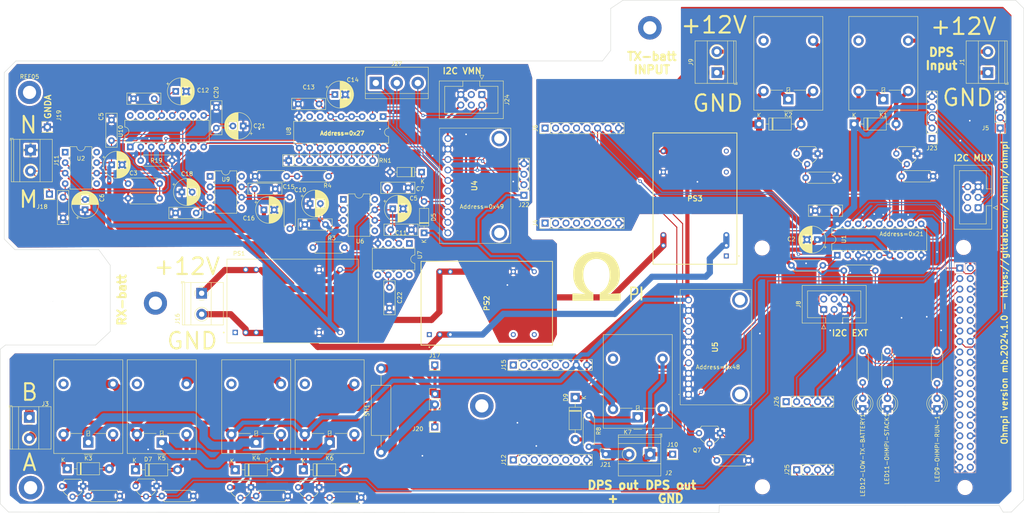
<source format=kicad_pcb>
(kicad_pcb (version 20221018) (generator pcbnew)
  (title_block (comment 4 "AISLER Project ID: WKFZBMTY"))
  (layers (0 "F.Cu" signal) (31 "B.Cu" signal) (34 "B.Paste" user) (35 "F.Paste" user) (36 "B.SilkS" user "B.Silkscreen") (37 "F.SilkS" user "F.Silkscreen") (38 "B.Mask" user) (39 "F.Mask" user) (44 "Edge.Cuts" user))
  (net 0 "")
  (net 1 "5VD")
  (net 2 "GNDD")
  (net 3 "GNDA")
  (net 6 "SDA1")
  (net 8 "SCL1")
  (net 10 "SCL2")
  (net 11 "SDA2")
  (net 13 "AN")
  (net 18 "Net-(U7-VOUT)")
  (net 19 "3V3")
  (net 20 "Net-(D1-A)")
  (net 21 "Net-(D2-A)")
  (net 22 "Net-(D5-A)")
  (net 23 "Net-(D9-A)")
  (net 24 "SDA3")
  (net 25 "SCL3")
  (net 26 "Net-(LED11-OHMPI-STACK1-A)")
  (net 27 "Net-(LED12-LOW-TX-BATTERY1-A)")
  (net 51 "Net-(D3-A)")
  (net 52 "Net-(D4-A)")
  (net 53 "Net-(D7-A)")
  (net 54 "Net-(D8-A)")
  (net 55 "+12V_TX_bat")
  (net 56 "GND_TX_bat")
  (net 57 "/Vmn_measurement/Electrode_M")
  (net 58 "GNDPWR")
  (net 59 "+12V")
  (net 61 "-12V_A")
  (net 62 "+12V_A")
  (net 69 "5VA")
  (net 72 "GP2")
  (net 73 "GP3")
  (net 74 "GP0")
  (net 75 "GP1")
  (net 93 "Net-(J14-Pin_2)")
  (net 97 "/Current_injection_and_measurement/A")
  (net 98 "/Current_injection_and_measurement/B")
  (net 99 "GP4")
  (net 100 "GP5")
  (net 101 "GP6")
  (net 102 "GP7")
  (net 112 "Net-(U6-+)")
  (net 113 "Net-(U6--)")
  (net 114 "Net-(U9--)")
  (net 115 "Net-(U2--)")
  (net 120 "Net-(RN1-R4)")
  (net 121 "Net-(RN1-R5)")
  (net 122 "SDA1_3V3")
  (net 123 "SCL1_3V3")
  (net 124 "Net-(RN1-R6)")
  (net 125 "Net-(RN1-R7)")
  (net 126 "Net-(RN1-R8)")
  (net 131 "Net-(R23-Pad2)")
  (net 132 "MNGP0")
  (net 133 "MNGP1")
  (net 134 "MNGP2")
  (net 135 "SDA3_3V3")
  (net 136 "SCL3_3V3")
  (net 138 "Net-(R19-Pad1)")
  (net 150 "Net-(U9-+)")
  (net 152 "Net-(LED9-OHMPI-RUN-1-A)")
  (net 153 "/Relay_switch_DPS/out_12v_DPS")
  (net 154 "/Relay_switch_DPS/out_GND_DPS")
  (net 155 "/Current_injection_and_measurement/Input_DPS_+_alim")
  (net 156 "/Current_injection_and_measurement/Input_DPS_GND_alim")
  (net 157 "Net-(K7-Pad1)")
  (net 158 "Net-(J27-Pin_1)")
  (net 159 "Net-(J27-Pin_2)")
  (net 160 "Net-(J27-Pin_3)")
  (footprint "Connector_PinHeader_2.54mm:PinHeader_1x01_P2.54mm_Vertical" (layer "F.Cu") (at 26.162 77.978)
    (fp_text reference "J18")
    (fp_text value "ELEC_M" hide)
  )
  (footprint "MountingHole:MountingHole_3.2mm_M3" (layer "F.Cu") (at 198.74 148.89)
    (fp_text reference "REF01" hide)
    (fp_text value "MountingHole_3.2mm_M3" hide)
  )
  (footprint "Package_DIP:DIP-8_W7.62mm" (layer "F.Cu") (at 65.034 73.67)
    (fp_text reference "U9")
    (fp_text value "OP07")
  )
  (footprint "Capacitor_THT:CP_Radial_D6.3mm_P2.50mm" (layer "F.Cu") (at 73.064379 61.468 180)
    (fp_text reference "C21")
    (fp_text value "10uF")
  )
  (footprint "Resistor_THT:R_Axial_DIN0207_L6.3mm_D2.5mm_P7.62mm_Horizontal" (layer "F.Cu") (at 43.18 151.13 180)
    (fp_text reference "R6" hide)
    (fp_text value "100k")
  )
  (footprint "TerminalBlock_Phoenix:TerminalBlock_Phoenix_MKDS-1,5-2-5.08_1x02_P5.08mm_Horizontal" (layer "F.Cu") (at 253.305 48.545 90)
    (fp_text reference "J1")
    (fp_text value "DPS_out_12v_GND" hide)
  )
  (footprint "Resistor_THT:R_Axial_DIN0207_L6.3mm_D2.5mm_P7.62mm_Horizontal" (layer "F.Cu") (at 240.03 73.66 180)
    (fp_text reference "R1" hide)
    (fp_text value "100k")
  )
  (footprint "Resistor_THT:R_Axial_DIN0207_L6.3mm_D2.5mm_P7.62mm_Horizontal" (layer "F.Cu") (at 86.106 73.66)
    (fp_text reference "R4")
    (fp_text value "100k")
  )
  (footprint "TerminalBlock_Phoenix:TerminalBlock_Phoenix_MKDS-1,5-2-5.08_1x02_P5.08mm_Horizontal" (layer "F.Cu") (at 187.695 48.545 90)
    (fp_text reference "J9")
    (fp_text value "TX_bat" hide)
  )
  (footprint "Relay_THT:Relay_SPDT_Omron-G5LE-1" (layer "F.Cu") (at 93.98 138.1675 180)
    (fp_text reference "K6")
    (fp_text value "G5LE-1")
  )
  (footprint "Resistor_THT:R_Axial_DIN0207_L6.3mm_D2.5mm_P7.62mm_Horizontal" (layer "F.Cu") (at 89.916 90.932)
    (fp_text reference "R3")
    (fp_text value "100K")
  )
  (footprint "Relay_THT:Relay_SPDT_Omron-G5LE-1" (layer "F.Cu") (at 228 55 180)
    (fp_text reference "K1")
    (fp_text value "G5LE-1")
  )
  (footprint "Connector_PinHeader_2.54mm:PinHeader_1x01_P2.54mm_Vertical" (layer "F.Cu") (at 119.43 134.38)
    (fp_text reference "J20")
    (fp_text value "shunt +")
  )
  (footprint "Relay_THT:Relay_SPDT_Omron-G5LE-1" (layer "F.Cu") (at 76.2 138.1675 180)
    (fp_text reference "K4")
    (fp_text value "G5LE-1")
  )
  (footprint "Package_DIP:DIP-8_W7.62mm" (layer "F.Cu") (at 113.274 89.926 -90)
    (fp_text reference "U7")
    (fp_text value "REF03GP")
  )
  (footprint "Diode_THT:D_DO-35_SOD27_P7.62mm_Horizontal" (layer "F.Cu") (at 116.84 87.376 90)
    (fp_text reference "D5")
    (fp_text value "BAT86")
  )
  (footprint "Diode_THT:D_DO-41_SOD81_P10.16mm_Horizontal" (layer "F.Cu") (at 71.12 144.78)
    (fp_text reference "D4")
    (fp_text value "1N4007")
  )
  (footprint "Resistor_THT:R_Axial_DIN0207_L6.3mm_D2.5mm_P7.62mm_Horizontal" (layer "F.Cu") (at 209.19 74)
    (fp_text reference "R2" hide)
    (fp_text value "100k")
  )
  (footprint "Connector_PinHeader_2.54mm:PinHeader_1x05_P2.54mm_Vertical" (layer "F.Cu") (at 204.475 128.27 90)
    (fp_text reference "J26")
    (fp_text value "Conn_01x05_Socket" hide)
  )
  (footprint "Package_DIP:DIP-8_W7.62mm" (layer "F.Cu") (at 29.972 67.818)
    (fp_text reference "U2")
    (fp_text value "OP07")
  )
  (footprint "Resistor_THT:R_Axial_DIN0207_L6.3mm_D2.5mm_P7.62mm_Horizontal" (layer "F.Cu") (at 229 116 -90)
    (fp_text reference "R12" hide)
    (fp_text value "330 ohms")
  )
  (footprint "TerminalBlock_Phoenix:TerminalBlock_Phoenix_MKDS-1,5-2-5.08_1x02_P5.08mm_Horizontal" (layer "F.Cu") (at 21.59 67.31 -90)
    (fp_text reference "J11")
    (fp_text value "Screw_Terminal_VMN" hide)
  )
  (footprint "Connector_PinHeader_2.54mm:PinHeader_1x08_P2.54mm_Vertical" (layer "F.Cu") (at 146.125 85 90)
    (fp_text reference "J4")
    (fp_text value "Conn_01x08_Socket")
  )
  (footprint "Resistor_THT:R_Axial_DIN0207_L6.3mm_D2.5mm_P7.62mm_Horizontal" (layer "F.Cu") (at 223 116 -90)
    (fp_text reference "R13" hide)
    (fp_text value "330 ohms")
  )
  (footprint "Connector_PinHeader_2.54mm:PinHeader_1x08_P2.54mm_Vertical" (layer "F.Cu") (at 146.125 62 90)
    (fp_text reference "J6")
    (fp_text value "Conn_01x08_Socket")
  )
  (footprint "Connector_PinHeader_2.54mm:PinHeader_1x04_P2.54mm_Vertical" (layer "F.Cu") (at 141 78.25 180)
    (fp_text reference "J22")
    (fp_text value "Conn_01x04_Socket" hide)
  )
  (footprint "Capacitor_THT:C_Disc_D8.0mm_W2.5mm_P5.00mm" (layer "F.Cu") (at 29.464 78.73 -90)
    (fp_text reference "C4" hide)
    (fp_text value "100nF")
  )
  (footprint "Connector_IDC:IDC-Header_2x03_P2.54mm_Vertical" (layer "F.Cu") (at 250.9425 81.285 180)
    (fp_text reference "J13" hide)
    (fp_text value "Connector_I2C_for_mux" hide)
  )
  (footprint "Package_DIP:DIP-18_W7.62mm" (layer "F.Cu") (at 216.85 92.8 90)
    (fp_text reference "U1")
    (fp_text value "MCP23008-xP")
  )
  (footprint "TerminalBlock:TerminalBlock_bornier-3_P5.08mm" (layer "F.Cu") (at 105.156 51.054)
    (fp_text reference "J27")
    (fp_text value "Screw_Terminal_01x03")
  )
  (footprint "Connector_IDC:IDC-Header_2x03_P2.54mm_Vertical" (layer "F.Cu") (at 213.56 105.9375 90)
    (fp_text reference "J8")
    (fp_text value "Connector_I2C_for_MCP23008" hide)
  )
  (footprint "MountingHole:MountingHole_3.2mm_M3_DIN965_Pad" (layer "F.Cu") (at 51.816 104.394)
    (fp_text reference "REF04" hide)
    (fp_text value "MountingHole_3.2mm_M3_DIN965_Pad" hide)
  )
  (footprint "THD_15-1222N:CONV_THD_15-1222N" (layer "F.Cu") (at 85.02 103.886)
    (fp_text reference "PS1")
    (fp_text value "THD_15-1222N")
  )
  (footprint "Connector_PinHeader_2.54mm:PinHeader_1x02_P2.54mm_Vertical" (layer "F.Cu") (at 119.475 126.395)
    (fp_text reference "J14" hide)
    (fp_text value "Conn_01x02_Socket" hide)
  )
  (footprint "Resistor_THT:R_Axial_DIN0207_L6.3mm_D2.5mm_P7.62mm_Horizontal" (layer "F.Cu") (at 48.245 69.86)
    (fp_text reference "R19")
    (fp_text value "100k")
  )
  (footprint "Package_TO_SOT_THT:TO-92L_Wide" (layer "F.Cu") (at 91.45 149.01 180)
    (fp_text reference "Q6" hide)
    (fp_text value "ZVN4206ASTZ" hide)
  )
  (footprint "Connector_IDC:IDC-Header_2x03_P2.54mm_Vertical" (layer "F.Cu") (at 130.81 53.8575 -90)
    (fp_text reference "J24")
    (fp_text value "Connector_I2C_for_MC" hide)
  )
  (footprint "Capacitor_THT:CP_Radial_D6.3mm_P2.50mm" (layer "F.Cu") (at 34.788 81.778 90)
    (fp_text reference "C6")
    (fp_text value "10uF")
  )
  (footprint "Package_TO_SOT_THT:TO-92L_Wide" (layer "F.Cu") (at 188.468 135.89 180)
    (fp_text reference "Q7")
    (fp_text value "ZVN4206ASTZ" hide)
  )
  (footprint "TerminalBlock_Phoenix:TerminalBlock_Phoenix_MKDS-1,5-2-5.08_1x02_P5.08mm_Horizontal" (layer "F.Cu") (at 21.285 132.075 -90)
    (fp_text reference "J3")
    (fp_text value "Screw_Terminal_AB" hide)
  )
  (footprint "Diode_THT:D_DO-35_SOD27_P7.62mm_Horizontal" (layer "F.Cu") (at 116.232077 72.644 180)
    (fp_text reference "D6" hide)
    (fp_text value "BAT86")
  )
  (footprint "Package_TO_SOT_THT:TO-92L_Wide" (layer "F.Cu") (at 52.08 148.7 180)
    (fp_text reference "Q5" hide)
    (fp_text value "ZVN4206ASTZ" hide)
  )
  (footprint "Package_TO_SOT_THT:TO-92L_Wide" (layer "F.Cu") (at 236.23 68.16 180)
    (fp_text reference "Q1" hide)
    (fp_text value "ZVN4206ASTZ" hide)
  )
  (footprint "Resistor_THT:R_Axial_DIN0207_L6.3mm_D2.5mm_P7.62mm_Horizontal" (layer "F.Cu") (at 60.96 151.13 180)
    (fp_text reference "R15" hide)
    (fp_text value "100k")
  )
  (footprint "Resistor_THT:R_Axial_DIN0207_L6.3mm_D2.5mm_P7.62mm_Horizontal" (layer "F.Cu") (at 45.212 75.438)
    (fp_text reference "R23" hide)
    (fp_text value "100k")
  )
  (footprint "Capacitor_THT:C_Disc_D8.0mm_W2.5mm_P5.00mm" (layer "F.Cu") (at 75.819621 76.708)
    (fp_text reference "C15")
    (fp_text value "100nF" hide)
  )
  (footprint "Capacitor_THT:C_Disc_D8.0mm_W2.5mm_P5.00mm" (layer "F.Cu") (at 41.178 65.014 90)
    (fp_text reference "C5")
    (fp_text value "100nF")
  )
  (footprint "Capacitor_THT:CP_Radial_D6.3mm_P2.50mm" (layer "F.Cu") (at 212 89 180)
    (fp_text reference "C2")
    (fp_text value "10uF")
  )
  (footprint "TerminalBlock_Phoenix:TerminalBlock_Phoenix_MKDS-1,5-2-5.08_1x02_P5.08mm_Horizontal" (layer "F.Cu") (at 171.545 141 180)
    (fp_text reference "J2")
    (fp_text value "DPS5005_input_0_to_50V" hide)
  )
  (footprint "Capacitor_THT:CP_Radial_D6.3mm_P2.50mm" (layer "F.Cu") (at 41.235621 70.866)
    (fp_text reference "C3")
    (fp_text value "10uF")
  )
  (footprint "Resistor_THT:R_Axial_DIN0207_L6.3mm_D2.5mm_P7.62mm_Horizontal" (layer "F.Cu") (at 226.06 96.52 180)
    (fp_text reference "R18" hide)
    (fp_text value "4.7K")
  )
  (footprint "Resistor_THT:R_Array_SIP9" (layer "F.Cu") (at 84.074 69.85)
    (fp_text reference "RN1")
    (fp_text value "R_Network08" hide)
  )
  (footprint "Resistor_THT:R_Axial_DIN0207_L6.3mm_D2.5mm_P7.62mm_Horizontal" (layer "F.Cu") (at 213.36 95.25 180)
    (fp_text reference "R17" hide)
    (fp_text value "4.7K" hide)
  )
  (footprint "Capacitor_THT:C_Disc_D8.0mm_W2.5mm_P5.00mm" (layer "F.Cu") (at 108.458 100.584 -90)
    (fp_text reference "C22")
    (fp_text value "100nF")
  )
  (footprint "Resistor_THT:R_Axial_DIN0207_L6.3mm_D2.5mm_P7.62mm_Horizontal" (layer "F.Cu") (at 84.328 78.74 -90)
    (fp_text reference "R5" hide)
    (fp_text value "100k" hide)
  )
  (footprint "MountingHole:MountingHole_3.2mm_M3_DIN965_Pad" (layer "F.Cu") (at 21.336 53.34)
    (fp_text reference "REF05")
    (fp_text value "MountingHole_3.2mm_M3_DIN965_Pad" hide)
  )
  (footprint "Capacitor_THT:CP_Radial_D6.3mm_P2.50mm" (layer "F.Cu") (at 109.26 81.534)
    (fp_text reference "C5")
    (fp_text value "10uF")
  )
  (footprint "LED_THT:LED_D4.0mm" (layer "F.Cu") (at 241 130 90)
    (fp_text reference "LED9-OHMPI-RUN-1")
    (fp_text value "LED" hide)
  )
  (footprint "Diode_THT:D_DO-41_SOD81_P10.16mm_Horizontal" (layer "F.Cu") (at 46.99 144.78)
    (fp_text reference "D7")
    (fp_text value "1N4007")
  )
  (footprint "Diode_THT:D_DO-41_SOD81_P10.16mm_Horizontal" (layer "F.Cu") (at 197.92 61)
    (fp_text reference "D2" hide)
    (fp_text value "1N4007")
  )
  (footprint "Resistor_THT:R_Axial_DIN0207_L6.3mm_D2.5mm_P7.62mm_Horizontal" (layer "F.Cu") (at 83.82 151.13 180)
    (fp_text reference "R7" hide)
    (fp_text value "100k")
  )
  (footprint "MountingHole:MountingHole_3.2mm_M3_ISO7380_Pad" (layer "F.Cu") (at 21.59 149.098)
    (fp_text reference "REF**" hide)
    (fp_text value "MountingHole_3.2mm_M3_ISO7380_Pad" hide)
  )
  (footprint "MountingHole:MountingHole_3.2mm_M3" (layer "F.Cu") (at 247.42 90.9)
    (fp_text reference "REF03" hide)
    (fp_text value "MountingHole_3.2mm_M3" hide)
  )
  (footprint "1085:1085" (layer "F.Cu") (at 180.848 126.492 -90)
    (fp_text reference "U5")
    (fp_text value "1085" hide)
  )
  (footprint "Resistor_THT:R_Axial_DIN0207_L6.3mm_D2.5mm_P7.62mm_Horizontal" (layer "F.Cu") (at 195.326 142.494 180)
    (fp_text reference "R9" hide)
    (fp_text value "100k")
  )
  (footprint "Connector_PinHeader_2.54mm:PinHeader_1x08_P2.54mm_Vertical" (layer "F.Cu") (at 138.43 142.38 90)
    (fp_text reference "J12")
    (fp_text value "Conn_01x08_Socket" hide)
  )
  (footprint "MountingHole:MountingHole_3.2mm_M3" (layer "F.Cu") (at 198.67 91.03)
    (fp_text reference "REF2" hide)
    (fp_text value "MountingHole_3.2mm_M3" hide)
  )
  (footprint "Capacitor_THT:CP_Radial_D6.3mm_P2.50mm" (layer "F.Cu") (at 56.729621 53.086)
    (fp_text reference "C12")
    (fp_text value "10uF")
  )
  (footprint "Connector_PinHeader_2.54mm:PinHeader_1x01_P2.54mm_Vertical" (layer "F.Cu") (at 119.43 119.38)
    (fp_text reference "J17")
    (fp_text value "DPS GND")
  )
  (footprint "Diode_THT:D_DO-41_SOD81_P10.16mm_Horizontal" (layer "F.Cu") (at 87.63 144.78)
    (fp_text reference "D8" hide)
    (fp_text value "1N4007")
  )
  (footprint "Diode_THT:D_DO-41_SOD81_P10.16mm_Horizontal" (layer "F.Cu") (at 220.92 61)
    (fp_text reference "D1" hide)
    (fp_text value "1N4007")
  )
  (footprint "Connector_PinHeader_2.54mm:PinHeader_1x01_P2.54mm_Vertical" (layer "F.Cu") (at 25.654 61.722)
    (fp_text reference "J19")
    (fp_text value "ELEC_N" hide)
  )
  (footprint "THD_15-1211N:THD151211N" (layer "F.Cu") (at 189.992 92.964 180)
    (fp_text reference "PS3")
    (fp_text value "THD_15-1211N" hide)
  )
  (footprint "Package_DIP:DIP-18_W7.62mm" (layer "F.Cu") (at 106.924 59.192 -90)
    (fp_text reference "U8")
    (fp_text value "MCP23008-xP" hide)
  )
  (footprint "LED_THT:LED_D4.0mm" (layer "F.Cu") (at 229 130 90)
    (fp_text reference "LED11-OHMPI-STACK1")
    (fp_text value "LED" hide)
  )
  (footprint "Package_TO_SOT_THT:TO-92L_Wide" (layer "F.Cu") (at 74.94 149.01 180)
    (fp_text reference "Q4" hide)
    (fp_text value "ZVN4206ASTZ" hide)
  )
  (footprint "Diode_THT:D_DO-41_SOD81_P10.16mm_Horizontal" (layer "F.Cu") (at 30.48 144.5175)
    (fp_text reference "D3" hide)
    (fp_text value "1N4007")
  )
  (footprint "Relay_THT:Relay_SPDT_Omron-G5LE-1" (layer "F.Cu") (at 205 55 180)
    (fp_text reference "K2")
    (fp_text value "G5LE-1")
  )
  (footprint "MountingHole:MountingHole_3.2mm_M3" (layer "F.Cu") (at 247.78 149.06)
    (fp_text reference "REF00" hide)
    (fp_text value "MountingHole_3.2mm_M3" hide)
  )
  (footprint "Capacitor_THT:CP_Radial_D6.3mm_P2.50mm" (layer "F.Cu") (at 95.25 53.848)
    (fp_text reference "C14")
    (fp_text value "10uF")
  )
  (footprint "Relay_THT:Relay_SPDT_Omron-G5LE-1" (layer "F.Cu") (at 168.56 132.056 180)
    (fp_text reference "K7")
    (fp_text value "G5LE-1")
  )
  (footprint "MountingHole:MountingHole_3.2mm_M3_ISO7380_Pad" (layer "F.Cu") (at 171.48 37.69)
    (fp_text reference "REF**" hide)
    (fp_text value "MountingHole_3.2mm_M3_ISO7380_Pad" hide)
  )
  (footprint "ohmpi_logo:ohmpi_logo" (layer "F.Cu") (at 161.036 97.79)
    (fp_text reference "G***" hide)
    (fp_text value "LOGO" hide)
  )
  (footprint "Capacitor_THT:C_Disc_D8.0mm_W2.5mm_P5.00mm" (layer "F.Cu") (at 108.752 86.614)
    (fp_text reference "C11")
    (fp_text value "100nF")
  )
  (footprint "Capacitor_THT:C_Disc_D8.0mm_W2.5mm_P5.00mm" (layer "F.Cu") (at 61.682 82.55 180)
    (fp_text reference "C17" hide)
    (fp_text value "100nF")
  )
  (footprint "Capacitor_THT:C_Disc_D8.0mm_W2.5mm_P5.00mm" (layer "F.Cu") (at 107.99 76.454)
    (fp_text reference "C7")
    (fp_text value "100nF")
  )
  (footprint "Connector_PinHeader_2.54mm:PinHeader_1x05_P2.54mm_Vertical" (layer "F.Cu") (at 239.776 64.511 180)
    (fp_text reference "J23")
    (fp_text value "Conn_01x05_Socket" hide)
  )
  (footprint "Diode_THT:D_DO-41_SOD81_P10.16mm_Horizontal" (layer "F.Cu") (at 153.416 127.254 -90)
    (fp_text reference "D9")
    (fp_text value "1N4007")
  )
  (footprint "Capacitor_THT:CP_Radial_D6.3mm_P2.50mm" (layer "F.Cu") (at 58.206 77.47)
    (fp_text reference "C18")
    (fp_text value "10uF")
  )
  (footprint "Capacitor_THT:C_Disc_D8.0mm_W2.5mm_P5.00mm" (layer "F.Cu") (at 91.4 56.134 180)
    (fp_text reference "C13")
    (fp_text value "100nF")
  )
  (footprint "Package_TO_SOT_THT:TO-92L_Wide" (layer "F.Cu") (at 34.3 148.7475 180)
    (fp_text reference "Q3" hide)
    (fp_text value "ZVN4206ASTZ" hide)
  )
  (footprint "Capacitor_THT:CP_Radial_D6.3mm_P2.50mm" (layer "F.Cu") (at 78.065621 81.788)
    (fp_text reference "C16")
    (fp_text value "10uF")
  )
  (footprint "Package_DIP:DIP-8_W7.62mm" (layer "F.Cu") (at 97.292 79.258)
    (fp_text reference "U6")
    (fp_text value "OP07")
  )
  (footprint "Resistor_THT:R_Axial_DIN0207_L6.3mm_D2.5mm_P7.62mm_Horizontal" (layer "F.Cu") (at 101.6 151.5 180)
    (fp_text reference "R16" hide)
    (fp_text value "100k")
  )
  (footprint "Capacitor_THT:CP_Radial_D6.3mm_P2.50mm" (layer "F.Cu") (at 89.241621 80.264)
    (fp_text reference "C10")
    (fp_text value "10uF")
  )
  (footprint "Resistor_THT:R_Axial_DIN0207_L6.3mm_D2.5mm_P7.62mm_Horizontal" (layer "F.Cu") (at 241 116.19 -90)
    (fp_text reference "R10" hide)
    (fp_text value "330 ohms")
  )
  (footprint "Resistor_THT:R_Axial_DIN0207_L6.3mm_D2.5mm_P7.62mm_Horizontal" (layer "F.Cu") (at 52.832 78.994 180)
    (fp_text reference "R24" hide)
    (fp_text value "100k")
  )
  (footprint "Connector_PinHeader_2.54mm:PinHeader_1x01_P2.54mm_Vertical" (layer "F.Cu") (at 177 141)
    (fp_text reference "J10")
    (fp_text value "DPS+")
  )
  (footprint "LED_THT:LED_D4.0mm" (layer "F.Cu") (at 223 130 90)
    (fp_text reference "LED12-LOW-TX-BATTERY1")
    (fp_text value "LED" hide)
  )
  (footprint "Connector_PinHeader_2.54mm:PinHeader_1x04_P2.54mm_Vertical" (layer "F.Cu") (at 207.02 144.78 90)
    (fp_text reference "J25")
    (fp_text value "Conn_01x04_Socket" hide)
  )
  (footprint "Connector_PinHeader_2.54mm:PinHeader_1x01_P2.54mm_Vertical" (layer "F.Cu") (at 160.782 140.97)
    (fp_text reference "J21")
    (fp_text value "shunt -")
  )
  (footprint "Capacitor_THT:C_Disc_D8.0mm_W2.5mm_P5.00mm" (layer "F.Cu") (at 51.522 54.864 180)
    (fp_text reference "C19" hide)
    (fp_text value "100nF")
  )
  (footprint "Capacitor_THT:C_Disc_D8.0mm_W2.5mm_P5.00mm" (layer "F.Cu") (at 92.964 85.344 180)
    (fp_text reference "C8" hide)
    (fp_text value "100nF" hide)
  )
  (footprint "Capacitor_THT:C_Disc_D8.0mm_W2.5mm_P5.00mm" (layer "F.Cu") (at 66.548 61.976 90)
    (fp_text reference "C20")
    (fp_text value "100nF")
  )
  (footprint "TerminalBlock_Phoenix:TerminalBlock_Phoenix_MKDS-1,5-2-5.08_1x02_P5.08mm_Horizontal" (layer "F.Cu") (at 63 102 -90)
    (fp_text reference "J16")
    (fp_text value "RX_bat" hide)
  )
  (footprint "Resistor_THT:R_Axial_DIN0207_L6.3mm_D2.5mm_P7.62mm_Horizontal" (layer "F.Cu") (at 75.946 73.66)
    (fp_text reference "R26" hide)
    (fp_text value "100k")
  )
  (footprint "Capacitor_THT:C_Disc_D8.0mm_W2.5mm_P5.00mm" (layer "F.Cu") (at 216.5 82 180)
    (fp_text reference "C1" hide)
    (fp_text value "100nF")
  )
  (footprint "Relay_THT:Relay_SPDT_Omron-G5LE-1" (layer "F.Cu") (at 35.56 138.1675 180)
    (fp_text reference "K3")
    (fp_text value "G5LE-1")
  )
  (footprint "Resistor_THT:R_Axial_DIN0414_L11.9mm_D4.5mm_P20.32mm_Horizontal" (layer "F.Cu") (at 106.43 140.54 90)
    (fp_text reference "SH1")
    (fp_text value "2 ohms")
  )
  (footprint "MountingHole:MountingHole_3.2mm_M3_ISO7380_Pad" (layer "F.Cu") (at 130.81 129.286)
    (fp_text reference "REF**" hide)
    (fp_text value "MountingHole_3.2mm_M3_ISO7380_Pad" hide)
  )
  (footprint "1085:1085" (layer "F.Cu") (at 122.6 87.376 -90)
    (fp_text reference "U4")
    (fp_text value "1085" hide)
  )
  (footprint "Connector_PinHeader_2.54mm:PinHeader_1x08_P2.54mm_Vertical" (layer "F.Cu") (at 138.43 119.38 90)
    (fp_text reference "J15")
    (fp_text value "Conn_01x08_Socket" hide)
  )
  (footprint "Relay_THT:Relay_SPDT_Omron-G5LE-1" (layer "F.Cu") (at 53.34 138.1675 180)
    (fp_text reference "K5")
    (fp_text value "G5LE-1")
  )
  (footprint "Package_DIP:DIP-16_W7.62mm" (layer "F.Cu") (at 45.72 66.548 90)
    (fp_text reference "U10")
    (fp_text value "DG411xJ")
  )
  (footprint "THD_15-1211N:THD151211N" (layer "F.Cu") (at 118.11 112.014 90)
    (fp_text reference "PS2")
    (fp_text value "THD_15-1211N" hide)
  )
  (footprint "Package_TO_SOT_THT:TO-92L_Wide" (layer "F.Cu") (at 212.1 68.16 180)
    (fp_text reference "Q2" hide)
    (fp_text value "ZVN4206ASTZ" hide)
  )
  (footprint "Connector_PinHeader_2.54mm:PinHeader_1x04_P2.54mm_Vertical" (layer "F.Cu") (at 256.286 61.976 180)
    (fp_text reference "J5")
    (fp_text value "Conn_01x04_Socket" hide)
  )
  (footprint "Resistor_THT:R_Axial_DIN0207_L6.3mm_D2.5mm_P7.62mm_Horizontal" (layer "F.Cu") (at 156.718 131.572 -90)
    (fp_text reference "R8")
    (fp_text value "1k")
  )
  (footprint "Connector_PinSocket_2.54mm:PinSocket_2x20_P2.54mm_Vertical" (layer "B.Cu") (at 246.5 95.9 180)
    (fp_text reference "J7")
    (fp_text value "Raspberry_Pi_2_3")
  )
  (gr_line (start 165 31) (end 162 33) (stroke (width 0.1)) (layer "Edge.Cuts"))
  (gr_line (start 37.338 114.554) (end 15.494 114.554) (stroke (width 0.1)) (layer "Edge.Cuts"))
  (gr_line (start 162 33) (end 162 43.18) (stroke (width 0.1)) (layer "Edge.Cuts"))
  (gr_line (start 18.034 45.72) (end 15.24 48.514) (stroke (width 0.1)) (layer "Edge.Cuts"))
  (gr_line (start 256.98 155.02) (end 259 155) (stroke (width 0.1)) (layer "Edge.Cuts"))
  (gr_line (start 15.24 88.9) (end 17.78 91.44) (stroke (width 0.1)) (layer "Edge.Cuts"))
  (gr_line (start 160.02 45.72) (end 18.034 45.72) (stroke (width 0.1)) (layer "Edge.Cuts"))
  (gr_line (start 260 31) (end 165 31) (stroke (width 0.1)) (layer "Edge.Cuts"))
  (gr_line (start 27 104) (end 27 104) (stroke (width 0.1)) (layer "Edge.Cuts"))
  (gr_line (start 262 152) (end 262 33) (stroke (width 0.1)) (layer "Edge.Cuts"))
  (gr_line (start 38.1 91.44) (end 40.894 95.25) (stroke (width 0.1)) (layer "Edge.Cuts"))
  (gr_line (start 17.78 91.44) (end 38.1 91.44) (stroke (width 0.1)) (layer "Edge.Cuts"))
  (gr_line (start 15.494 114.554) (end 14.24 115.57) (stroke (width 0.1)) (layer "Edge.Cuts"))
  (gr_line (start 162 43.18) (end 160.02 45.72) (stroke (width 0.1)) (layer "Edge.Cuts"))
  (gr_line (start 14.24 153) (end 16.24 155) (stroke (width 0.1)) (layer "Edge.Cuts"))
  (gr_line (start 14.24 115.57) (end 14.24 153) (stroke (width 0.1)) (layer "Edge.Cuts"))
  (gr_line (start 259 155) (end 262 152) (stroke (width 0.1)) (layer "Edge.Cuts"))
  (gr_line (start 40.894 111.252) (end 40.894 95.25) (stroke (width 0.1)) (layer "Edge.Cuts"))
  (gr_line (start 188.27 153.4) (end 188.214 155.194) (stroke (width 0.1)) (layer "Edge.Cuts"))
  (gr_line (start 15.24 48.514) (end 15.24 88.9) (stroke (width 0.1)) (layer "Edge.Cuts"))
  (gr_line (start 256.032 153.416) (end 256.98 155.02) (stroke (width 0.1)) (layer "Edge.Cuts"))
  (gr_line (start 40.894 111.252) (end 37.338 114.554) (stroke (width 0.1)) (layer "Edge.Cuts"))
  (gr_line (start 16.24 155) (end 188.214 155.194) (stroke (width 0.1)) (layer "Edge.Cuts"))
  (gr_line (start 188.27 153.4) (end 256.032 153.416) (stroke (width 0.1)) (layer "Edge.Cuts"))
  (gr_line (start 260 31) (end 262 33) (stroke (width 0.1)) (layer "Edge.Cuts"))
  (gr_text "M" (at 21.082 79.248) (layer "F.SilkS") (effects (font (size 4 4) (thickness 0.5))))
  (gr_text "I2C EXT" (at 215.392 112.522) (layer "F.SilkS") (effects (font (size 1.5 1.5) (thickness 0.3) bold) (justify left bottom)))
  (gr_text "+12V" (at 187 37) (layer "F.SilkS") (effects (font (size 4 4) (thickness 0.5))))
  (gr_text "DPS out\nGND" (at 176.53 150.114) (layer "F.SilkS") (effects (font (size 2 2) (thickness 0.5))))
  (gr_text "Address=0x27" (at 97.028 63.246) (layer "F.SilkS") (effects (font (size 1 1) (thickness 0.25))))
  (gr_text "B" (at 21.336 125.984) (layer "F.SilkS") (effects (font (size 4 4) (thickness 0.5))))
  (gr_text "RX-batt" (at 43.688 103.632 90) (layer "F.SilkS") (effects (font (size 2 2) (thickness 0.5))))
  (gr_text "Address=0x49" (at 130.81 81.026) (layer "F.SilkS") (effects (font (size 1 1))))
  (gr_text "GND" (at 248.412 54.61) (layer "F.SilkS") (effects (font (size 4 4) (thickness 0.5))))
  (gr_text "GND" (at 187.932659 55.972876) (layer "F.SilkS") (effects (font (size 4 4) (thickness 0.5))))
  (gr_text "DPS\nInput" (at 242.062 45.212) (layer "F.SilkS") (effects (font (size 2 2) (thickness 0.5))))
  (gr_text "GND" (at 60.706 113.538) (layer "F.SilkS") (effects (font (size 4 4) (thickness 0.5))))
  (gr_text "Ohmpi version mb.2024.1.0 - https://gitlab.com/ohmpi/ohmpi" (at 257.302 101.854 90) (layer "F.SilkS") (effects (font (size 1.5 1.5) (thickness 0.3) bold)))
  (gr_text "GNDA" (at 26.67 59.944 90) (layer "F.SilkS") (effects (font (size 1.5 1.5) (thickness 0.3) bold) (justify left bottom)))
  (gr_text "I2C VMN" (at 121.158 49.022) (layer "F.SilkS") (effects (font (size 1.5 1.5) (thickness 0.3) bold) (justify left bottom)))
  (gr_text "I2C MUX" (at 244.856 70.104) (layer "F.SilkS") (effects (font (size 1.5 1.5) (thickness 0.3) bold) (justify left bottom)))
  (gr_text "+12V" (at 59.436 95.504) (layer "F.SilkS") (effects (font (size 4 4) (thickness 0.5))))
  (gr_text "DPS out\n+" (at 162.56 150.114) (layer "F.SilkS") (effects (font (size 2 2) (thickness 0.5))))
  (gr_text "+12V" (at 247.396 37.338) (layer "F.SilkS") (effects (font (size 4 4) (thickness 0.5))))
  (gr_text "N" (at 21.082 61.214) (layer "F.SilkS") (effects (font (size 4 4) (thickness 0.5))))
  (gr_text "A" (at 21.336 143.002) (layer "F.SilkS") (effects (font (size 4 4) (thickness 0.5))))
  (gr_text "Address=0x21" (at 232.41 87.63) (layer "F.SilkS") (effects (font (size 1 1))))
  (gr_text "TX-batt\nINPUT" (at 171.958 46.228) (layer "F.SilkS") (effects (font (size 2 2) (thickness 0.5))))
  (gr_text "Address=0x48" (at 187.96 119.888) (layer "F.SilkS") (effects (font (size 1 1))))
  (segment (start 246.385 76.205) (end 246.38 76.2) (width 0.25) (layer "F.Cu") (net 1))
  (segment (start 242 96) (end 244 94) (width 0.5) (layer "F.Cu") (net 1))
  (segment (start 241.3 88.9) (end 231.14 88.9) (width 0.25) (layer "F.Cu") (net 1))
  (segment (start 199 53) (end 197.92 54.08) (width 1) (layer "F.Cu") (net 1))
  (segment (start 242.57 80.01) (end 242.57 87.63) (width 0.25) (layer "F.Cu") (net 1))
  (segment (start 47.34 136.1675) (end 47.34 144.43) (width 1) (layer "F.Cu") (net 1))
  (segment (start 162.56 129.348) (end 162.56 130.056) (width 1) (layer "F.Cu") (net 1))
  (segment (start 47.34 136.1675) (end 50.1575 133.35) (width 1) (layer "F.Cu") (net 1))
  (segment (start 204.47 93.98) (end 205.74 95.25) (width 1) (layer "F.Cu") (net 1))
  (segment (start 197.92 54.08) (end 197.92 61) (width 1) (layer "F.Cu") (net 1))
  (segment (start 67.3825 133.35) (end 70.2 136.1675) (width 1) (layer "F.Cu") (net 1))
  (segment (start 242.57 87.63) (end 241.3 88.9) (width 0.25) (layer "F.Cu") (net 1))
  (segment (start 244 94) (end 248.342081 94) (width 0.5) (layer "F.Cu") (net 1))
  (segment (start 229.55 92.8) (end 232.75 96) (width 0.5) (layer "F.Cu") (net 1))
  (segment (start 232.75 96) (end 242 96) (width 0.5) (layer "F.Cu") (net 1))
  (segment (start 174.76 67.6) (end 166.965 67.6) (width 0.5) (layer "F.Cu") (net 1))
  (segment (start 229.55 90.49) (end 229.55 92.8) (width 0.25) (layer "F.Cu") (net 1))
  (segment (start 218.44 103.1975) (end 218.64 103.3975) (width 0.5) (layer "F.Cu") (net 1))
  (segment (start 87.98 136.1675) (end 87.98 144.43) (width 1) (layer "F.Cu") (net 1))
  (segment (start 248.4025 76.205) (end 246.385 76.205) (width 0.25) (layer "F.Cu") (net 1))
  (segment (start 153.416 127.254) (end 160.466 127.254) (width 1) (layer "F.Cu") (net 1))
  (segment (start 181.36 61) (end 174.76 67.6) (width 1.5) (layer "F.Cu") (net 1))
  (segment (start 70.2 143.86) (end 71.12 144.78) (width 1) (layer "F.Cu") (net 1))
  (segment (start 209.56 91.44) (end 204.47 91.44) (width 1) (layer "F.Cu") (net 1))
  (segment (start 44.5225 133.35) (end 47.34 136.1675) (width 1) (layer "F.Cu") (net 1))
  (segment (start 29.56 143.5975) (end 30.48 144.5175) (width 1) (layer "F.Cu") (net 1))
  (segment (start 180.571 72.771) (end 175.4 67.6) (width 1) (layer "F.Cu") (net 1))
  (segment (start 222 59.92) (end 220.92 61) (width 1) (layer "F.Cu") (net 1))
  (segment (start 87.98 144.43) (end 87.63 144.78) (width 1) (layer "F.Cu") (net 1))
  (segment (start 246.38 76.2) (end 242.57 80.01) (width 0.25) (layer "F.Cu") (net 1))
  (segment (start 197.92 61) (end 181.36 61) (width 1.5) (layer "F.Cu") (net 1))
  (segment (start 160.466 127.254) (end 162.56 129.348) (width 1) (layer "F.Cu") (net 1))
  (segment (start 212 89) (end 209.56 91.44) (width 1) (layer "F.Cu") (net 1))
  (segment (start 229.55 92.8) (end 227.01 92.8) (width 0.25) (layer "F.Cu") (net 1))
  (segment (start 166.965 67.6) (end 161.365 62) (width 0.5) (layer "F.Cu") (net 1))
  (segment (start 180.571 103.57) (end 180.571 72.771) (width 1) (layer "F.Cu") (net 1))
  (segment (start 249.04 94.697919) (end 249.04 95.9) (width 0.5) (layer "F.Cu") (net 1))
  (segment (start 50.1575 133.35) (end 67.3825 133.35) (width 1) (layer "F.Cu") (net 1))
  (segment (start 70.2 136.1675) (end 70.2 143.86) (width 1) (layer "F.Cu") (net 1))
  (segment (start 204.47 91.44) (end 204.47 93.98) (width 1) (layer "F.Cu") (net 1))
  (segment (start 216.85 85.18) (end 208.18 85.18) (width 1.5) (layer "F.Cu") (net 1))
  (segment (start 197.92 74.92) (end 197.92 61) (width 1.5) (layer "F.Cu") (net 1))
  (segment (start 248.342081 94) (end 249.04 94.697919) (width 0.5) (layer "F.Cu") (net 1))
  (segment (start 29.56 136.1675) (end 29.56 143.5975) (width 1) (layer "F.Cu") (net 1))
  (segment (start 208.18 85.18) (end 197.92 74.92) (width 1.5) (layer "F.Cu") (net 1))
  (segment (start 29.56 136.1675) (end 32.3775 133.35) (width 1) (layer "F.Cu") (net 1))
  (segment (start 222 53) (end 222 59.92) (width 1) (layer "F.Cu") (net 1))
  (segment (start 47.34 144.43) (end 46.99 144.78) (width 1) (layer "F.Cu") (net 1))
  (segment (start 231.14 88.9) (end 229.55 90.49) (width 0.25) (layer "F.Cu") (net 1))
  (segment (start 218.44 96.52) (end 218.44 103.1975) (width 0.5) (layer "F.Cu") (net 1))
  (segment (start 32.3775 133.35) (end 44.5225 133.35) (width 1) (layer "F.Cu") (net 1))
  (segment (start 212.09 125.222) (end 212.095 125.227) (width 0.5) (layer "B.Cu") (net 1))
  (segment (start 205.74 95.25) (end 207.01 96.52) (width 0.5) (layer "B.Cu") (net 1))
  (segment (start 223.466984 63.546984) (end 224.235016 63.546984) (width 1) (layer "B.Cu") (net 1))
  (segment (start 212.09 96.52) (end 212.995 97.425) (width 0.5) (layer "B.Cu") (net 1))
  (segment (start 225.75 89) (end 229.55 92.8) (width 1) (layer "B.Cu") (net 1))
  (segment (start 220.92 61) (end 220.92 81.11) (width 1.5) (layer "B.Cu") (net 1))
  (segment (start 214.39 96.52) (end 218.44 96.52) (width 0.5) (layer "B.Cu") (net 1))
  (segment (start 212.995 97.425) (end 213.485 97.425) (width 0.5) (layer "B.Cu") (net 1))
  (segment (start 92.0675 132.08) (end 87.98 136.1675) (width 1) (layer "B.Cu") (net 1))
  (segment (start 109.22 123.19) (end 100.33 132.08) (width 1) (layer "B.Cu") (net 1))
  (segment (start 216.5 82) (end 216.5 84.83) (width 1.5) (layer "B.Cu") (net 1))
  (segment (start 220.92 61) (end 223.466984 63.546984) (width 1) (layer "B.Cu") (net 1))
  (segment (start 224.235016 63.546984) (end 230.891 56.891) (width 1) (layer "B.Cu") (net 1))
  (segment (start 220.472 116.84) (end 212.09 125.222) (width 0.5) (layer "B.Cu") (net 1))
  (segment (start 220.472 105.2295) (end 220.472 116.84) (width 0.5) (layer "B.Cu") (net 1))
  (segment (start 207.01 96.52) (end 212.09 96.52) (width 0.5) (layer "B.Cu") (net 1))
  (segment (start 100.33 132.08) (end 92.0675 132.08) (width 1) (layer "B.Cu") (net 1))
  (segment (start 212 89) (end 225.75 89) (width 1) (layer "B.Cu") (net 1))
  (segment (start 85.1625 133.35) (end 87.98 136.1675) (width 1) (layer "B.Cu") (net 1))
  (segment (start 162.56 128.27) (end 162.56 130.056) (width 1) (layer "B.Cu") (net 1))
  (segment (start 153.67 119.38) (end 162.56 128.27) (width 1) (layer "B.Cu") (net 1))
  (segment (start 213.03 89) (end 216.85 85.18) (width 1) (layer "B.Cu") (net 1))
  (segment (start 212.095 125.227) (end 212.095 128.27) (width 0.5) (layer "B.Cu") (net 1))
  (segment (start 153.67 119.38) (end 149.86 123.19) (width 1) (layer "B.Cu") (net 1))
  (segment (start 230.891 56.891) (end 239.776 56.891) (width 1) (layer "B.Cu") (net 1))
  (segment (start 169.734 103.57) (end 156.464 116.84) (width 1) (layer "B.Cu") (net 1))
  (segment (start 149.86 123.19) (end 109.22 123.19) (width 1) (layer "B.Cu") (net 1))
  (segment (start 70.2 136.1675) (end 73.0175 133.35) (width 1) (layer "B.Cu") (net 1))
  (segment (start 218.64 103.3975) (end 220.472 105.2295) (width 0.5) (layer "B.Cu") (net 1))
  (segment (start 216.5 84.83) (end 216.85 85.18) (width 1.5) (layer "B.Cu") (net 1))
  (segment (start 212 89) (end 213.03 89) (width 1) (layer "B.Cu") (net 1))
  (segment (start 156.464 116.84) (end 154.94 116.84) (width 1) (layer "B.Cu") (net 1))
  (segment (start 180.571 103.57) (end 169.734 103.57) (width 1) (layer "B.Cu") (net 1))
  (segment (start 73.0175 133.35) (end 85.1625 133.35) (width 1) (layer "B.Cu") (net 1))
  (segment (start 213.485 97.425) (end 214.39 96.52) (width 0.5) (layer "B.Cu") (net 1))
  (segment (start 153.67 118.11) (end 153.67 119.38) (width 1) (layer "B.Cu") (net 1))
  (segment (start 154.94 116.84) (end 153.67 118.11) (width 1) (layer "B.Cu") (net 1))
  (segment (start 220.92 81.11) (end 216.85 85.18) (width 1.5) (layer "B.Cu") (net 1))
  (segment (start 188.722 135.89) (end 195.326 142.494) (width 0.25) (layer "F.Cu") (net 2))
  (segment (start 188.468 135.89) (end 188.722 135.89) (width 0.25) (layer "F.Cu") (net 2))
  (via (at 198.12 111.76) (size 0.8) (drill 0.4) (layers "F.Cu" "B.Cu") (net 2))
  (via (at 220 97) (size 0.8) (drill 0.4) (layers "F.Cu" "B.Cu") (net 2))
  (via (at 209.296 94.742) (size 0.8) (drill 0.4) (layers "F.Cu" "B.Cu") (net 2))
  (via (at 225.806 82.804) (size 0.8) (drill 0.4) (layers "F.Cu" "B.Cu") (net 2))
  (via (at 232.41 107.95) (size 0.8) (drill 0.4) (layers "F.Cu" "B.Cu") (net 2))
  (via (at 227.96551 82.95523) (size 0.8) (drill 0.4) (layers "F.Cu" "B.Cu") (net 2))
  (via (at 242 111) (size 0.8) (drill 0.4) (layers "F.Cu" "B.Cu") (net 2))
  (via (at 238.506 107.696) (size 0.8) (drill 0.4) (layers "F.Cu" "B.Cu") (net 2))
  (via (at 116.43 141.38) (size 0.8) (drill 0.4) (layers "F.Cu" "B.Cu") (net 2))
  (via (at 246.634 65.024) (size 0.8) (drill 0.4) (layers "F.Cu" "B.Cu") (net 2))
  (via (at 183 75) (size 0.8) (drill 0.4) (layers "F.Cu" "B.Cu") (net 2))
  (via (at 50.038 139.827) (size 0.8) (drill 0.4) (layers "F.Cu" "B.Cu") (net 2))
  (via (at 234 83) (size 0.8) (drill 0.4) (layers "F.Cu" "B.Cu") (net 2))
  (via (at 144 139) (size 0.8) (drill 0.4) (layers "F.Cu" "B.Cu") (net 2))
  (via (at 215.138 110.998) (size 0.8) (drill 0.4) (layers "F.Cu" "B.Cu") (net 2))
  (via (at 222.997158 82.95523) (size 0.8) (drill 0.4) (layers "F.Cu" "B.Cu") (net 2))
  (via (at 218.105 109.185) (size 0.8) (drill 0.4) (layers "F.Cu" "B.Cu") (net 2))
  (via (at 248.92 60.198) (size 0.8) (drill 0.4) (layers "F.Cu" "B.Cu") (net 2))
  (via (at 139.43 133.38) (size 0.8) (drill 0.4) (layers "F.Cu" "B.Cu") (net 2))
  (via (at 241 92) (size 0.8) (drill 0.4) (layers "F.Cu" "B.Cu") (net 2))
  (via (at 50.292 64.516) (size 0.8) (drill 0.4) (layers "F.Cu" "B.Cu") (net 3))
  (via (at 137 100) (size 0.8) (drill 0.4) (layers "F.Cu" "B.Cu") (net 3))
  (via (at 50.038 70.612) (size 0.8) (drill 0.4) (layers "F.Cu" "B.Cu") (net 3))
  (via (at 127 63.5) (size 0.8) (drill 0.4) (layers "F.Cu" "B.Cu") (net 3))
  (via (at 76.962 62.23) (size 0.8) (drill 0.4) (layers "F.Cu" "B.Cu") (net 3))
  (via (at 138.43 74.93) (size 0.8) (drill 0.4) (layers "F.Cu" "B.Cu") (net 3))
  (via (at 132 104) (size 0.8) (drill 0.4) (layers "F.Cu" "B.Cu") (net 3))
  (via (at 109.3 58.17) (size 0.8) (drill 0.4) (layers "F.Cu" "B.Cu") (net 3))
  (via (at 118.89 68.66) (size 0.8) (drill 0.4) (layers "F.Cu" "B.Cu") (net 3))
  (via (at 39.116 71.628) (size 0.8) (drill 0.4) (layers "F.Cu" "B.Cu") (net 3))
  (via (at 62.992 79.502) (size 0.8) (drill 0.4) (layers "F.Cu" "B.Cu") (net 3))
  (via (at 106.172 62.23) (size 0.8) (drill 0.4) (layers "F.Cu" "B.Cu") (net 3))
  (via (at 46.482 68.58) (size 0.8) (drill 0.4) (layers "F.Cu" "B.Cu") (net 3))
  (segment (start 213.46 92.54) (end 215 91) (width 0.25) (layer "F.Cu") (net 6))
  (segment (start 178 86) (end 178 110) (width 0.25) (layer "F.Cu") (net 6))
  (segment (start 223.11 96.52) (end 222.820489 96.230489) (width 0.25) (layer "F.Cu") (net 6))
  (segment (start 215 91) (end 219 91) (width 0.25) (layer "F.Cu") (net 6))
  (segment (start 222.820489 96.230489) (end 219.39 92.8) (width 0.2) (layer "F.Cu") (net 6))
  (segment (start 216.1 107.896) (end 216.1 105.9375) (width 0.25) (layer "F.Cu") (net 6))
  (segment (start 219.39 91.39) (end 219.39 92.8) (width 0.25) (layer "F.Cu") (net 6))
  (segment (start 209.555 128.27) (end 212.095 130.81) (width 0.25) (layer "F.Cu") (net 6))
  (segment (start 207.46 92.54) (end 213.46 92.54) (width 0.25) (layer "F.Cu") (net 6))
  (segment (start 179.19 111.19) (end 180.571 111.19) (width 0.25) (layer "F.Cu") (net 6))
  (segment (start 226.06 102.362) (end 219.964 108.458) (width 0.25) (layer "F.Cu") (net 6))
  (segment (start 212.095 130.81) (end 216.408 130.81) (width 0.25) (layer "F.Cu") (net 6))
  (segment (start 219 91) (end 219.39 91.39) (width 0.25) (layer "F.Cu") (net 6))
  (segment (start 217.17 108.966) (end 216.662 108.458) (width 0.25) (layer "F.Cu") (net 6))
  (segment (start 217.17 130.048) (end 217.17 108.966) (width 0.25) (layer "F.Cu") (net 6))
  (segment (start 226.06 96.52) (end 226.06 102.362) (width 0.25) (layer "F.Cu") (net 6))
  (segment (start 158.825 66.825) (end 178 86) (width 0.25) (layer "F.Cu") (net 6))
  (segment (start 219.964 108.458) (end 216.662 108.458) (width 0.25) (layer "F.Cu") (net 6))
  (segment (start 216.662 108.458) (end 216.1 107.896) (width 0.25) (layer "F.Cu") (net 6))
  (segment (start 178 110) (end 179.19 111.19) (width 0.25) (layer "F.Cu") (net 6))
  (segment (start 158.825 62) (end 158.825 66.825) (width 0.25) (layer "F.Cu") (net 6))
  (segment (start 216.408 130.81) (end 217.17 130.048) (width 0.25) (layer "F.Cu") (net 6))
  (segment (start 226.06 96.52) (end 223.11 96.52) (width 0.25) (layer "F.Cu") (net 6))
  (via (at 207.46 92.54) (size 0.8) (drill 0.4) (layers "F.Cu" "B.Cu") (net 6))
  (segment (start 201.186198 77.55048) (end 207 83.364282) (width 0.25) (layer "B.Cu") (net 6))
  (segment (start 171.9125 75.0875) (end 174.37548 77.55048) (width 0.25) (layer "B.Cu") (net 6))
  (segment (start 174.37548 77.55048) (end 201.186198 77.55048) (width 0.25) (layer "B.Cu") (net 6))
  (segment (start 207 83.364282) (end 207 92.08) (width 0.25) (layer "B.Cu") (net 6))
  (segment (start 158.825 62) (end 171.9125 75.0875) (width 0.25) (layer "B.Cu") (net 6))
  (segment (start 207 92.08) (end 207.46 92.54) (width 0.25) (layer "B.Cu") (net 6))
  (segment (start 179.413989 107.492989) (end 179.413989 85.128989) (width 0.25) (layer "F.Cu") (net 8))
  (segment (start 213.36 95.25) (end 212.41 96.2) (width 0.2) (layer "F.Cu") (net 8))
  (segment (start 212.41 96.2) (end 212.41 104.7875) (width 0.2) (layer "F.Cu") (net 8))
  (segment (start 180.571 108.65) (end 179.413989 107.492989) (width 0.25) (layer "F.Cu") (net 8))
  (segment (start 212.41 104.7875) (end 213.56 105.9375) (width 0.2) (layer "F.Cu") (net 8))
  (segment (start 179.413989 85.128989) (end 169.1425 74.8575) (width 0.25) (layer "F.Cu") (net 8))
  (via (at 169.1425 74.8575) (size 0.8) (drill 0.4) (layers "F.Cu" "B.Cu") (net 8))
  (segment (start 206.184511 93.264511) (end 216.385489 93.264511) (width 0.25) (layer "B.Cu") (net 8))
  (segment (start 207.015 128.27) (end 207.015 122.423) (width 0.25) (layer "B.Cu") (net 8))
  (segment (start 213.56 115.878) (end 213.56 105.9375) (width 0.25) (layer "B.Cu") (net 8))
  (segment (start 214.63 95.25) (end 216.85 93.03) (width 0.2) (layer "B.Cu") (net 8))
  (segment (start 156.285 62) (end 169.1425 74.8575) (width 0.25) (layer "B.Cu") (net 8))
  (segment (start 169.1425 74.8575) (end 172.285 78) (width 0.25) (layer "B.Cu") (net 8))
  (segment (start 201 78) (end 206 83) (width 0.25) (layer "B.Cu") (net 8))
  (segment (start 216.85 93.03) (end 216.85 92.8) (width 0.2) (layer "B.Cu") (net 8))
  (segment (start 213.36 95.25) (end 214.63 95.25) (width 0.2) (layer "B.Cu") (net 8))
  (segment (start 206 93.08) (end 206.184511 93.264511) (width 0.25) (layer "B.Cu") (net 8))
  (segment (start 207.015 122.423) (end 213.56 115.878) (width 0.25) (layer "B.Cu") (net 8))
  (segment (start 172.285 78) (end 201 78) (width 0.25) (layer "B.Cu") (net 8))
  (segment (start 206 83) (end 206 93.08) (width 0.25) (layer "B.Cu") (net 8))
  (segment (start 131 70) (end 134.96 73.96) (width 0.25) (layer "F.Cu") (net 10))
  (segment (start 106.924 59.192) (end 112.024 59.192) (width 0.25) (layer "F.Cu") (net 10))
  (segment (start 132.08 68.58) (end 130.81 69.85) (width 0.25) (layer "F.Cu") (net 10))
  (segment (start 118.872 66.04) (end 118.872 67.31) (width 0.25) (layer "F.Cu") (net 10))
  (segment (start 112.024 59.192) (end 118.872 66.04) (width 0.25) (layer "F.Cu") (net 10))
  (segment (start 139.25 73.96) (end 141 75.71) (width 0.25) (layer "F.Cu") (net 10))
  (segment (start 134.96 73.96) (end 139.25 73.96) (width 0.25) (layer "F.Cu") (net 10))
  (segment (start 120.396 68.834) (end 120.396 69.596) (width 0.25) (layer "F.Cu") (net 10))
  (segment (start 130.81 53.8575) (end 132.08 55.1275) (width 0.25) (layer "F.Cu") (net 10))
  (segment (start 120.396 69.596) (end 122.6 69.596) (width 0.25) (layer "F.Cu") (net 10))
  (segment (start 132.08 55.1275) (end 132.08 68.58) (width 0.25) (layer "F.Cu") (net 10))
  (segment (start 118.872 67.31) (end 120.396 68.834) (width 0.25) (layer "F.Cu") (net 10))
  (via (at 131 70) (size 0.8) (drill 0.4) (layers "F.Cu" "B.Cu") (net 10))
  (segment (start 131 70) (end 130.65 69.65) (width 0.25) (layer "B.Cu") (net 10))
  (segment (start 130.65 69.65) (end 122.571 69.65) (width 0.25) (layer "B.Cu") (net 10))
  (segment (start 104.384 59.192) (end 104.384 57.668) (width 0.25) (layer "F.Cu") (net 11))
  (segment (start 130.81 56.3975) (end 130.81 68.58) (width 0.25) (layer "F.Cu") (net 11))
  (segment (start 104.384 57.668) (end 105.156 56.896) (width 0.25) (layer "F.Cu") (net 11))
  (segment (start 129.74 69.65) (end 130.81 68.58) (width 0.25) (layer "F.Cu") (net 11))
  (segment (start 114.554 56.896) (end 116.586 58.928) (width 0.25) (layer "F.Cu") (net 11))
  (segment (start 105.156 56.896) (end 114.554 56.896) (width 0.25) (layer "F.Cu") (net 11))
  (segment (start 129.74 72.19) (end 129.74 69.65) (width 0.25) (layer "F.Cu") (net 11))
  (via (at 129.74 72.19) (size 0.8) (drill 0.4) (layers "F.Cu" "B.Cu") (net 11))
  (via (at 116.586 58.928) (size 0.8) (drill 0.4) (layers "F.Cu" "B.Cu") (net 11))
  (segment (start 140.02 72.19) (end 141 73.17) (width 0.25) (layer "B.Cu") (net 11))
  (segment (start 140.02 72.19) (end 129.74 72.19) (width 0.25) (layer "B.Cu") (net 11))
  (segment (start 128.2795 58.928) (end 130.81 56.3975) (width 0.25) (layer "B.Cu") (net 11))
  (segment (start 116.586 58.928) (end 128.2795 58.928) (width 0.25) (layer "B.Cu") (net 11))
  (segment (start 129.74 72.19) (end 122.571 72.19) (width 0.25) (layer "B.Cu") (net 11))
  (segment (start 143.002 124.968) (end 143.002 137.808) (width 0.25) (layer "F.Cu") (net 13))
  (segment (start 143.002 137.808) (end 138.43 142.38) (width 0.25) (layer "F.Cu") (net 13))
  (segment (start 178.477 120.904) (end 159.906 120.904) (width 0.25) (layer "F.Cu") (net 13))
  (segment (start 159.906 120.904) (end 155.842 124.968) (width 0.25) (layer "F.Cu") (net 13))
  (segment (start 155.842 124.968) (end 143.002 124.968) (width 0.25) (layer "F.Cu") (net 13))
  (segment (start 180.571 118.81) (end 178.477 120.904) (width 0.25) (layer "F.Cu") (net 13))
  (segment (start 108.194 100.32) (end 108.458 100.584) (width 0.25) (layer "F.Cu") (net 18))
  (segment (start 107.726 97.546) (end 108.194 97.546) (width 0.25) (layer "F.Cu") (net 18))
  (segment (start 108.194 97.546) (end 108.194 100.32) (width 0.25) (layer "F.Cu") (net 18))
  (segment (start 102.362 92.182) (end 98.786 92.182) (width 0.25) (layer "F.Cu") (net 18))
  (segment (start 102.362 92.182) (end 107.726 97.546) (width 0.25) (layer "F.Cu") (net 18))
  (segment (start 98.786 92.182) (end 97.536 90.932) (width 0.25) (layer "F.Cu") (net 18))
  (segment (start 255.111 91.490701) (end 255.111 58.071) (width 0.25) (layer "F.Cu") (net 19))
  (segment (start 224.79 149.86) (end 213.36 149.86) (width 0.25) (layer "F.Cu") (net 19))
  (segment (start 212.1 148.6) (end 212.1 144.78) (width 0.25) (layer "F.Cu") (net 19))
  (segment (start 246.5 95.9) (end 243.19 95.9) (width 0.25) (layer "F.Cu") (net 19))
  (segment (start 243.19 95.9) (end 226.06 113.03) (width 0.25) (layer "F.Cu") (net 19))
  (segment (start 226.06 113.03) (end 226.06 148.59) (width 0.25) (layer "F.Cu") (net 19))
  (segment (start 213.36 149.86) (end 212.1 148.6) (width 0.25) (layer "F.Cu") (net 19))
  (segment (start 249.336701 97.265) (end 247.865 97.265) (width 0.25) (layer "F.Cu") (net 19))
  (segment (start 226.06 148.59) (end 224.79 149.86) (width 0.25) (layer "F.Cu") (net 19))
  (segment (start 255.111 91.490701) (end 249.336701 97.265) (width 0.25) (layer "F.Cu") (net 19))
  (segment (start 247.865 97.265) (end 246.5 95.9) (width 0.25) (layer "F.Cu") (net 19))
  (segment (start 255.111 58.071) (end 256.286 56.896) (width 0.25) (layer "F.Cu") (net 19))
  (segment (start 231 68.16) (end 231 61.08) (width 0.25) (layer "F.Cu") (net 20))
  (segment (start 231.08 61) (end 231.08 55.92) (width 1) (layer "F.Cu") (net 20))
  (segment (start 231.08 55.92) (end 234 53) (width 1) (layer "F.Cu") (net 20))
  (segment (start 231 61.08) (end 231.08 61) (width 0.25) (layer "F.Cu") (net 20))
  (segment (start 208.08 61) (end 208.08 55.92) (width 1) (layer "F.Cu") (net 21))
  (segment (start 207 62.08) (end 208.08 61) (width 0.25) (layer "F.Cu") (net 21))
  (segment (start 208.08 55.92) (end 211 53) (width 1) (layer "F.Cu") (net 21))
  (segment (start 207 68.16) (end 207 62.08) (width 0.25) (layer "F.Cu") (net 21))
  (segment (start 99.539 73.885) (end 99.539 78.965) (width 0.25) (layer "F.Cu") (net 22))
  (segment (start 118.11 79.756) (end 122.517 79.756) (width 0.25) (layer "F.Cu") (net 22))
  (segment (start 114.798 84.338) (end 104.912 84.338) (width 0.25) (layer "F.Cu") (net 22))
  (segment (start 118.11 79.756) (end 118.11 81.026) (width 0.25) (layer "F.Cu") (net 22))
  (segment (start 99.539 78.965) (end 104.912 84.338) (width 0.25) (layer "F.Cu") (net 22))
  (segment (start 118.11 81.026) (end 114.798 84.338) (width 0.25) (layer "F.Cu") (net 22))
  (segment (start 116.232077 79.148077) (end 116.84 79.756) (width 0.25) (layer "F.Cu") (net 22))
  (segment (start 93.726 73.66) (end 94.488 72.898) (width 0.25) (layer "F.Cu") (net 22))
  (segment (start 122.517 79.756) (end 122.571 79.81) (width 0.25) (layer "F.Cu") (net 22))
  (segment (start 116.232077 72.644) (end 116.232077 79.148077) (width 0.25) (layer "F.Cu") (net 22))
  (segment (start 116.84 79.756) (end 118.11 79.756) (width 0.25) (layer "F.Cu") (net 22))
  (segment (start 94.488 72.898) (end 98.552 72.898) (width 0.25) (layer "F.Cu") (net 22))
  (segment (start 98.552 72.898) (end 99.539 73.885) (width 0.25) (layer "F.Cu") (net 22))
  (segment (start 174.56 130.056) (end 174.56 130.748) (width 1) (layer "F.Cu") (net 23))
  (segment (start 167.894 137.414) (end 153.416 137.414) (width 1) (layer "F.Cu") (net 23))
  (segment (start 174.56 130.748) (end 167.894 137.414) (width 1) (layer "F.Cu") (net 23))
  (segment (start 181.102 135.89) (end 175.268 130.056) (width 0.25) (layer "B.Cu") (net 23))
  (segment (start 175.268 130.056) (end 174.56 130.056) (width 0.25) (layer "B.Cu") (net 23))
  (segment (start 183.388 135.89) (end 181.102 135.89) (width 0.25) (layer "B.Cu") (net 23))
  (segment (start 239.776 59.431) (end 254 73.655) (width 0.25) (layer "B.Cu") (net 24))
  (segment (start 254 77.591104) (end 252.846104 78.745) (width 0.25) (layer "B.Cu") (net 24))
  (segment (start 252.846104 78.745) (end 250.9425 78.745) (width 0.25) (layer "B.Cu") (net 24))
  (segment (start 254 73.655) (end 254 77.591104) (width 0.25) (layer "B.Cu") (net 24))
  (segment (start 240.946 58.066) (end 254.508 71.628) (width 0.25) (layer "B.Cu") (net 25))
  (segment (start 239.776 61.971) (end 238.601 60.796) (width 0.25) (layer "B.Cu") (net 25))
  (segment (start 254.508 71.628) (end 254.508 77.7195) (width 0.25) (layer "B.Cu") (net 25))
  (segment (start 239.479299 58.066) (end 240.946 58.066) (width 0.25) (layer "B.Cu") (net 25))
  (segment (start 238.601 60.796) (end 238.601 58.944299) (width 0.25) (layer "B.Cu") (net 25))
  (segment (start 254.508 77.7195) (end 250.9425 81.285) (width 0.25) (layer "B.Cu") (net 25))
  (segment (start 238.601 58.944299) (end 239.479299 58.066) (width 0.25) (layer "B.Cu") (net 25))
  (segment (start 229 123.62) (end 229 127.46) (width 0.25) (layer "F.Cu") (net 26))
  (segment (start 223 123.62) (end 223 127.46) (width 0.25) (layer "F.Cu") (net 27))
  (segment (start 40.64 144.5175) (end 35.56 144.5175) (width 1) (layer "F.Cu") (net 51))
  (segment (start 35.56 144.5175) (end 31.33 148.7475) (width 1) (layer "F.Cu") (net 51))
  (segment (start 41.56 143.5975) (end 40.64 144.5175) (width 1) (layer "F.Cu") (net 51))
  (segment (start 41.56 136.1675) (end 41.56 143.5975) (width 1) (layer "F.Cu") (net 51))
  (segment (start 31.33 148.7475) (end 29.22 148.7475) (width 1) (layer "F.Cu") (net 51))
  (segment (start 74.09 144.78) (end 81.28 144.78) (width 1) (layer "F.Cu") (net 52))
  (segment (start 82.2 143.86) (end 81.28 144.78) (width 1) (layer "F.Cu") (net 52))
  (segment (start 82.2 136.1675) (end 82.2 143.86) (width 1) (layer "F.Cu") (net 52))
  (segment (start 74.09 146.89) (end 74.09 144.78) (width 1) (layer "F.Cu") (net 52))
  (segment (start 69.86 149.01) (end 71.97 149.01) (width 1) (layer "F.Cu") (net 52))
  (segment (start 71.97 149.01) (end 74.09 146.89) (width 1) (layer "F.Cu") (net 52))
  (segment (start 59.34 136.1675) (end 59.34 142.59) (width 1) (layer "F.Cu") (net 53))
  (segment (start 59.34 142.59) (end 57.15 144.78) (width 1) (layer "F.Cu") (net 53))
  (segment (start 50.39 144.78) (end 47 148.17) (width 1) (layer "F.Cu") (net 53))
  (segment (start 57.15 144.78) (end 50.39 144.78) (width 1) (layer "F.Cu") (net 53))
  (segment (start 90.6 144.78) (end 90.6 145.62) (width 1) (layer "F.Cu") (net 54))
  (segment (start 90.6 145.62) (end 87.21 149.01) (width 1) (layer "F.Cu") (net 54))
  (segment (start 99.98 142.59) (end 97.79 144.78) (width 1) (layer "F.Cu") (net 54))
  (segment (start 87.21 149.01) (end 86.37 149.01) (width 1) (layer "F.Cu") (net 54))
  (segment (start 99.98 136.1675) (end 99.98 142.59) (width 1) (layer "F.Cu") (net 54))
  (segment (start 97.79 144.78) (end 90.6 144.78) (width 1) (layer "F.Cu") (net 54))
  (segment (start 187.695 48.545) (end 198.545 48.545) (width 1) (layer "F.Cu") (net 55))
  (segment (start 198.545 48.545) (end 205 55) (width 1) (layer "F.Cu") (net 55))
  (segment (start 187.695 43.465) (end 208.465 43.465) (width 1) (layer "F.Cu") (net 56))
  (segment (start 223 50) (end 228 55) (width 1) (layer "F.Cu") (net 56))
  (segment (start 208.465 43.465) (end 215 50) (width 1) (layer "F.Cu") (net 56))
  (segment (start 215 50) (end 223 50) (width 1) (layer "F.Cu") (net 56))
  (segment (start 21.59 72.39) (end 29.464 72.39) (width 0.25) (layer "F.Cu") (net 57))
  (segment (start 29.464 72.39) (end 29.972 72.898) (width 0.25) (layer "F.Cu") (net 57))
  (segment (start 21.59 72.39) (end 26.162 76.962) (width 0.25) (layer "F.Cu") (net 57))
  (segment (start 26.162 76.962) (end 26.162 77.978) (width 0.25) (layer "F.Cu") (net 57))
  (segment (start 50.8 69.85) (end 54.864 73.914) (width 0.25) (layer "B.Cu") (net 57))
  (segment (start 54.864 73.914) (end 54.864 76.454) (width 0.25) (layer "B.Cu") (net 57))
  (segment (start 54.864 76.454) (end 54.102 77.216) (width 0.25) (layer "B.Cu") (net 57))
  (segment (start 50.8 66.548) (end 50.8 69.85) (width 0.25) (layer "B.Cu") (net 57))
  (segment (start 54.102 77.216) (end 34.29 77.216) (width 0.25) (layer "B.Cu") (net 57))
  (segment (start 34.29 77.216) (end 29.972 72.898) (width 0.25) (layer "B.Cu") (net 57))
  (segment (start 70.019238 107.08) (end 73.64 110.700762) (width 1.5) (layer "F.Cu") (net 58))
  (segment (start 91.124 115) (end 118 115) (width 1.5) (layer "F.Cu") (net 58))
  (segment (start 73.64 111.62) (end 87.744 111.62) (width 1.5) (layer "F.Cu") (net 58))
  (segment (start 87.744 111.62) (end 91.124 115) (width 1.5) (layer "F.Cu") (net 58))
  (segment (start 120.54 112.46) (end 120.54 112) (width 1.5) (layer "F.Cu") (net 58))
  (segment (start 63 107.08) (end 70.019238 107.08) (width 1.5) (layer "F.Cu") (net 58))
  (segment (start 120.54 112) (end 123.08 112) (width 1.5) (layer "F.Cu") (net 58))
  (segment (start 73.64 110.700762) (end 73.64 111.62) (width 1.5) (layer "F.Cu") (net 58))
  (segment (start 118 115) (end 120.54 112.46) (width 1.5) (layer "F.Cu") (net 58))
  (segment (start 190 87.92) (end 190 90.46) (width 1.5) (layer "B.Cu") (net 58))
  (segment (start 131 112) (end 123.08 112) (width 1.5) (layer "B.Cu") (net 58))
  (segment (start 186 93.611472) (end 186 97) (width 1.5) (layer "B.Cu") (net 58))
  (segment (start 136 107) (end 131 112) (width 1.5) (layer "B.Cu") (net 58))
  (segment (start 163 107) (end 136 107) (width 1.5) (layer "B.Cu") (net 58))
  (segment (start 189.151472 90.46) (end 186 93.611472) (width 1.5) (layer "B.Cu") (net 58))
  (segment (start 185 98) (end 172 98) (width 1.5) (layer "B.Cu") (net 58))
  (segment (start 186 97) (end 185 98) (width 1.5) (layer "B.Cu") (net 58))
  (segment (start 190 90.46) (end 189.151472 90.46) (width 1.5) (layer "B.Cu") (net 58))
  (segment (start 172 98) (end 163 107) (width 1.5) (layer "B.Cu") (net 58))
  (segment (start 120.54 96.76) (end 123.08 96.76) (width 1.5) (layer "F.Cu") (net 59))
  (segment (start 123.08 96.76) (end 129.76 96.76) (width 1.5) (layer "F.Cu") (net 59))
  (segment (start 118.618 108.458) (end 120.54 106.536) (width 1.5) (layer "F.Cu") (net 59))
  (segment (start 77.38 96.38) (end 82 101) (width 1.5) (layer "F.Cu") (net 59))
  (segment (start 82 101) (end 96.174 101) (width 1.5) (layer "F.Cu") (net 59))
  (segment (start 96.174 101) (end 103.632 108.458) (width 1.5) (layer "F.Cu") (net 59))
  (segment (start 129.76 96.76) (end 136 103) (width 1.5) (layer "F.Cu") (net 59))
  (segment (start 174.76 87.92) (end 174.76 90.46) (width 1.5) (layer "F.Cu") (net 59))
  (segment (start 162.22 103) (end 174.76 90.46) (width 1.5) (layer "F.Cu") (net 59))
  (segment (start 103.632 108.458) (end 118.618 108.458) (width 1.5) (layer "F.Cu") (net 59))
  (segment (start 68.62 96.38) (end 73.64 96.38) (width 1.5) (layer "F.Cu") (net 59))
  (segment (start 136 103) (end 162.22 103) (width 1.5) (layer "F.Cu") (net 59))
  (segment (start 120.54 106.536) (end 120.54 96.76) (width 1.5) (layer "F.Cu") (net 59))
  (segment (start 68.62 96.38) (end 63 102) (width 1.5) (layer "F.Cu") (net 59))
  (segment (start 73.64 96.38) (end 76.18 96.38) (width 1.5) (layer "F.Cu") (net 59))
  (segment (start 54.356 64.516) (end 54.356 65.532) (width 0.25) (layer "F.Cu") (net 61))
  (segment (start 34.788 79.278) (end 30.47 79.278) (width 0.25) (layer "F.Cu") (net 61))
  (segment (start 54.356 65.532) (end 53.34 66.548) (width 0.25) (layer "F.Cu") (net 61))
  (segment (start 29.972 75.438) (end 29.972 78.222) (width 0.25) (layer "F.Cu") (net 61))
  (segment (start 29.972 78.222) (end 29.464 78.73) (width 0.25) (layer "F.Cu") (net 61))
  (segment (start 29.464 78.73) (end 29.922 78.73) (width 0.25) (layer "F.Cu") (net 61))
  (segment (start 29.922 78.73) (end 30.47 79.278) (width 0.25) (layer "F.Cu") (net 61))
  (via (at 54.356 64.516) (size 0.8) (drill 0.4) (layers "F.Cu" "B.Cu") (net 61))
  (segment (start 37.084 81.574) (end 37.084 80.264) (width 1) (layer "B.Cu") (net 61))
  (segment (start 91.741621 84.121621) (end 92.964 85.344) (width 0.25) (layer "B.Cu") (net 61))
  (segment (start 41.108 85.598) (end 37.084 81.574) (width 1) (layer "B.Cu") (net 61))
  (segment (start 96.5 111.62) (end 93.98 109.1) (width 1) (layer "B.Cu") (net 61))
  (segment (start 91.741621 80.264) (end 91.741621 84.121621) (width 0.25) (layer "B.Cu") (net 61))
  (segment (start 67.056 61.468) (end 66.548 61.976) (width 0.25) (layer "B.Cu") (net 61))
  (segment (start 96.5 111.62) (end 70.478 85.598) (width 1) (layer "B.Cu") (net 61))
  (segment (start 65.034 81.29) (end 62.942 81.29) (width 0.25) (layer "B.Cu") (net 61))
  (segment (start 95.748 86.878) (end 97.292 86.878) (width 1) (layer "B.Cu") (net 61))
  (segment (start 53.34 70.056379) (end 60.753621 77.47) (width 0.25) (layer "B.Cu") (net 61))
  (segment (start 70.564379 61.468) (end 67.056 61.468) (width 0.25) (layer "B.Cu") (net 61))
  (segment (start 53.34 66.548) (end 53.34 70.056379) (width 0.25) (layer "B.Cu") (net 61))
  (segment (start 66.17 81.29) (end 65.034 81.29) (width 1) (layer "B.Cu") (net 61))
  (segment (start 36.098 79.278) (end 34.788 79.278) (width 1) (layer "B.Cu") (net 61))
  (segment (start 64.008 64.516) (end 54.356 64.516) (width 0.25) (layer "B.Cu") (net 61))
  (segment (start 37.084 80.264) (end 36.098 79.278) (width 1) (layer "B.Cu") (net 61))
  (segment (start 66.548 61.976) (end 64.008 64.516) (width 0.25) (layer "B.Cu") (net 61))
  (segment (start 60.753621 79.101621) (end 62.942 81.29) (width 0.25) (layer "B.Cu") (net 61))
  (segment (start 93.98 88.646) (end 95.748 86.878) (width 1) (layer "B.Cu") (net 61))
  (segment (start 93.98 109.1) (end 93.98 88.646) (width 1) (layer "B.Cu") (net 61))
  (segment (start 60.753621 77.47) (end 60.753621 79.101621) (width 0.25) (layer "B.Cu") (net 61))
  (segment (start 70.478 85.598) (end 41.108 85.598) (width 1) (layer "B.Cu") (net 61))
  (segment (start 97.292 86.878) (end 94.498 86.878) (width 1) (layer "B.Cu") (net 61))
  (segment (start 94.498 86.878) (end 92.964 85.344) (width 1) (layer "B.Cu") (net 61))
  (segment (start 70.478 85.598) (end 66.17 81.29) (width 1) (layer "B.Cu") (net 61))
  (segment (start 62.942 81.29) (end 61.682 82.55) (width 0.25) (layer "B.Cu") (net 61))
  (segment (start 51.522 54.864) (end 52.538 55.88) (width 0.25) (layer "F.Cu") (net 62))
  (segment (start 45.72 88.392) (end 42.926 88.392) (width 1) (layer "F.Cu") (net 62))
  (segment (start 53.3 55.88) (end 53.34 55.92) (width 0.25) (layer "F.Cu") (net 62))
  (segment (start 93.82 99.06) (end 96.5 96.38) (width 1) (layer "F.Cu") (net 62))
  (segment (start 104.912 81.798) (end 108.956 81.798) (width 0.25) (layer "F.Cu") (net 62))
  (segment (start 53.34 55.92) (end 53.34 58.928) (width 0.25) (layer "F.Cu") (net 62))
  (segment (start 40.727621 70.358) (end 41.235621 70.866) (width 0.25) (layer "F.Cu") (net 62))
  (segment (start 108.752 87.944) (end 110.734 89.926) (width 0.25) (layer "F.Cu") (net 62))
  (segment (start 37.592 70.358) (end 40.727621 70.358) (width 0.25) (layer "F.Cu") (net 62))
  (segment (start 108.752 86.614) (end 108.752 87.944) (width 0.25) (layer "F.Cu") (net 62))
  (segment (start 41.178 65.014) (end 41.178 70.808379) (width 0.25) (layer "F.Cu") (net 62))
  (segment (start 75.819621 79.288) (end 78.065621 81.534) (width 0.25) (layer "F.Cu") (net 62))
  (segment (start 79.248 91.948) (end 86.36 99.06) (width 1) (layer "F.Cu") (net 62))
  (segment (start 78.065621 87.209621) (end 78.065621 81.534) (width 1) (layer "F.Cu") (net 62))
  (segment (start 52.538 55.88) (end 53.3 55.88) (width 0.25) (layer "F.Cu") (net 62))
  (segment (start 72.654 76.21) (end 75.321621 76.21) (width 0.25) (layer "F.Cu") (net 62))
  (segment (start 108.956 81.798) (end 109.22 81.534) (width 0.25) (layer "F.Cu") (net 62))
  (segment (start 107.99 78.72) (end 104.912 81.798) (width 0.25) (layer "F.Cu") (net 62))
  (segment (start 79.248 88.392) (end 78.065621 87.209621) (width 1) (layer "F.Cu") (net 62))
  (segment (start 75.819621 76.708) (end 75.819621 79.288) (width 0.25) (layer "F.Cu") (net 62))
  (segment (start 79.248 88.392) (end 79.248 91.948) (width 1) (layer "F.Cu") (net 62))
  (segment (start 41.178 65.014) (end 47.254 65.014) (width 0.25) (layer "F.Cu") (net 62))
  (segment (start 42.926 88.392) (end 40.64 86.106) (width 1) (layer "F.Cu") (net 62))
  (segment (start 41.178 70.808379) (end 41.235621 70.866) (width 0.25) (layer "F.Cu") (net 62))
  (segment (start 56.094 53.086) (end 53.3 55.88) (width 0.25) (layer "F.Cu") (net 62))
  (segment (start 75.321621 76.21) (end 75.819621 76.708) (width 0.25) (layer "F.Cu") (net 62))
  (segment (start 86.36 99.06) (end 93.82 99.06) (width 1) (layer "F.Cu") (net 62))
  (segment (start 56.729621 53.086) (end 56.094 53.086) (width 0.25) (layer "F.Cu") (net 62))
  (segment (start 107.99 76.454) (end 107.99 78.72) (width 0.25) (layer "F.Cu") (net 62))
  (segment (start 40.64 86.106) (end 40.64 74.676) (width 1) (layer "F.Cu") (net 62))
  (segment (start 47.254 65.014) (end 53.34 58.928) (width 0.25) (layer "F.Cu") (net 62))
  (segment (start 79.248 88.392) (end 45.72 88.392) (width 1) (layer "F.Cu") (net 62))
  (via (at 40.64 74.676) (size 0.8) (drill 0.4) (layers "F.Cu" "B.Cu") (net 62))
  (segment (start 109.22 86.146) (end 108.752 86.614) (width 0.25) (layer "B.Cu") (net 62))
  (segment (start 99.314 96.52) (end 99.174 96.38) (width 0.25) (layer "B.Cu") (net 62))
  (segment (start 104.912 81.798) (end 104.912 81.534695) (width 0.25) (layer "B.Cu") (net 62))
  (segment (start 100.594695 85.852) (end 100.584 85.852) (width 0.25) (layer "B.Cu") (net 62))
  (segment (start 104.912 81.534695) (end 100.594695 85.852) (width 0.25) (layer "B.Cu") (net 62))
  (segment (start 40.64 74.676) (end 40.64 71.461621) (width 1) (layer "B.Cu") (net 62))
  (segment (start 99.174 96.38) (end 96.5 96.38) (width 0.25) (layer "B.Cu") (net 62))
  (segment (start 109.22 81.534) (end 109.22 86.146) (width 0.25) (layer "B.Cu") (net 62))
  (segment (start 100.584 95.25) (end 99.314 96.52) (width 0.25) (layer "B.Cu") (net 62))
  (segment (start 40.64 71.461621) (end 41.235621 70.866) (width 1) (layer "B.Cu") (net 62))
  (segment (start 100.584 85.852) (end 100.584 95.25) (width 0.25) (layer "B.Cu") (net 62))
  (segment (start 122.571 64.57) (end 122.571 59.5565) (width 0.5) (layer "F.Cu") (net 69))
  (segment (start 59.799 55.009) (end 55.88 58.928) (width 0.25) (layer "F.Cu") (net 69))
  (segment (start 111.242 66.812) (end 111.506 66.548) (width 0.25) (layer "F.Cu") (net 69))
  (segment (start 127 73) (end 127 64.77) (width 0.5) (layer "F.Cu") (net 69))
  (segment (start 95.25 53.848) (end 93.686 53.848) (width 0.25) (layer "F.Cu") (net 69))
  (segment (start 116.586 68.745) (end 122.571 74.73) (width 0.25) (layer "F.Cu") (net 69))
  (segment (start 97.028 61.996) (end 102.108 61.996) (width 0.25) (layer "F.Cu") (net 69))
  (segment (start 141 78.25) (end 139.230978 78.25) (width 0.5) (layer "F.Cu") (net 69))
  (segment (start 116.586 66.548) (end 111.506 66.548) (width 0.25) (layer "F.Cu") (net 69))
  (segment (start 91.4 56.134) (end 94.224 58.958) (width 0.25) (layer "F.Cu") (net 69))
  (segment (start 122.571 74.73) (end 125.27 74.73) (width 0.5) (layer "F.Cu") (net 69))
  (segment (start 116.586 66.548) (end 116.586 68.745) (width 0.25) (layer "F.Cu") (net 69))
  (segment (start 91.4 56.134) (end 90.275 55.009) (width 0.25) (layer "F.Cu") (net 69))
  (segment (start 127 64.77) (end 126.746 64.516) (width 0.5) (layer "F.Cu") (net 69))
  (segment (start 90.275 55.009) (end 59.799 55.009) (width 0.25) (layer "F.Cu") (net 69))
  (segment (start 135.710978 74.73) (end 122.571 74.73) (width 0.5) (layer "F.Cu") (net 69))
  (segment (start 93.686 53.848) (end 91.4 56.134) (width 0.25) (layer "F.Cu") (net 69))
  (segment (start 122.571 59.5565) (end 125.73 56.3975) (width 0.5) (layer "F.Cu") (net 69))
  (segment (start 106.924 66.812) (end 111.242 66.812) (width 0.25) (layer "F.Cu") (net 69))
  (segment (start 102.108 61.996) (end 106.924 66.812) (width 0.25) (layer "F.Cu") (net 69))
  (segment (start 94.224 58.958) (end 94.224 59.192) (width 0.25) (layer "F.Cu") (net 69))
  (segment (start 125.27 74.73) (end 127 73) (width 0.5) (layer "F.Cu") (net 69))
  (segment (start 139.230978 78.25) (end 135.710978 74.73) (width 0.5) (layer "F.Cu") (net 69))
  (segment (start 97.028 61.996) (end 94.224 59.192) (width 0.25) (layer "F.Cu") (net 69))
  (segment (start 126.746 64.516) (end 122.6 64.516) (width 0.5) (layer "F.Cu") (net 69))
  (segment (start 136.75 78.25) (end 141 78.25) (width 0.5) (layer "B.Cu") (net 69))
  (segment (start 132 82) (end 133 82) (width 0.5) (layer "B.Cu") (net 69))
  (segment (start 118.872 87.376) (end 116.84 87.376) (width 0.5) (layer "B.Cu") (net 69))
  (segment (start 133 82) (end 136.75 78.25) (width 0.5) (layer "B.Cu") (net 69))
  (segment (start 139.64 93) (end 143.4 96.76) (width 0.5) (layer "B.Cu") (net 69))
  (segment (start 130 90) (end 130 84) (width 0.5) (layer "B.Cu") (net 69))
  (segment (start 133 93) (end 130 90) (width 0.5) (layer "B.Cu") (net 69))
  (segment (start 94.224 59.192) (end 96.764 59.192) (width 0.25) (layer "B.Cu") (net 69))
  (segment (start 133 93) (end 139.64 93) (width 0.5) (layer "B.Cu") (net 69))
  (segment (start 121.496 90) (end 118.872 87.376) (width 0.5) (layer "B.Cu") (net 69))
  (segment (start 130 90) (end 121.496 90) (width 0.5) (layer "B.Cu") (net 69))
  (segment (start 99.304 59.192) (end 101.844 59.192) (width 0.25) (layer "B.Cu") (net 69))
  (segment (start 99.304 59.192) (end 96.764 59.192) (width 0.25) (layer "B.Cu") (net 69))
  (segment (start 130 84) (end 132 82) (width 0.5) (layer "B.Cu") (net 69))
  (segment (start 232.41 73.66) (end 232.41 84.86) (width 0.25) (layer "F.Cu") (net 72))
  (segment (start 233.69 70.7) (end 232.41 71.98) (width 0.25) (layer "F.Cu") (net 72))
  (segment (start 232.41 71.98) (end 232.41 73.66) (width 0.25) (layer "F.Cu") (net 72))
  (segment (start 232.41 84.86) (end 232.09 85.18) (width 0.25) (layer "F.Cu") (net 72))
  (segment (start 209.19 74) (end 209.19 71.07) (width 0.25) (layer "F.Cu") (net 73))
  (segment (start 209.19 74) (end 209.19 76.19) (width 0.25) (layer "F.Cu") (net 73))
  (segment (start 209.19 76.19) (end 211 78) (width 0.25) (layer "F.Cu") (net 73))
  (segment (start 209.19 71.07) (end 209.56 70.7) (width 0.25) (layer "F.Cu") (net 73))
  (segment (start 211 78) (end 228 78) (width 0.25) (layer "F.Cu") (net 73))
  (segment (start 229.55 79.55) (end 229.55 85.18) (width 0.25) (layer "F.Cu") (net 73))
  (segment (start 209.54 71.11) (end 209.55 71.12) (width 0.25) (layer "F.Cu") (net 73))
  (segment (start 209.55 71.12) (end 209.19 71.48) (width 0.25) (layer "F.Cu") (net 73))
  (segment (start 228 78) (end 229.55 79.55) (width 0.25) (layer "F.Cu") (net 73))
  (segment (start 102.87 149.86) (end 97.79 149.86) (width 0.25) (layer "F.Cu") (net 74))
  (segment (start 179.07 150.876) (end 103.886 150.876) (width 0.25) (layer "F.Cu") (net 74))
  (segment (start 72.4 151.55) (end 75.78 151.55) (width 0.25) (layer "F.Cu") (net 74))
  (segment (start 78.74 148.59) (end 83.82 148.59) (width 0.25) (layer "F.Cu") (net 74))
  (segment (start 183.896 125.984) (end 179.832 130.048) (width 0.25) (layer "F.Cu") (net 74))
  (segment (start 179.832 130.048) (end 179.832 150.114) (width 0.25) (layer "F.Cu") (net 74))
  (segment (start 76.2 151.13) (end 78.74 148.59) (width 0.25) (layer "F.Cu") (net 74))
  (segment (start 88.96 151.5) (end 88.91 151.55) (width 0.25) (layer "F.Cu") (net 74))
  (segment (start 103.886 150.876) (end 102.87 149.86) (width 0.25) (layer "F.Cu") (net 74))
  (segment (start 93.98 151.5) (end 88.96 151.5) (width 0.25) (layer "F.Cu") (net 74))
  (segment (start 96.15 151.5) (end 93.98 151.5) (width 0.25) (layer "F.Cu") (net 74))
  (segment (start 179.832 150.114) (end 179.07 150.876) (width 0.25) (layer "F.Cu") (net 74))
  (segment (start 86.78 151.55) (end 88.91 151.55) (width 0.25) (layer "F.Cu") (net 74))
  (segment (start 75.78 151.55) (end 76.2 151.13) (width 0.25) (layer "F.Cu") (net 74))
  (segment (start 97.79 149.86) (end 96.15 151.5) (width 0.25) (layer "F.Cu") (net 74))
  (segment (start 83.82 148.59) (end 86.78 151.55) (width 0.25) (layer "F.Cu") (net 74))
  (via (at 183.896 125.984) (size 0.8) (drill 0.4) (layers "F.Cu" "B.Cu") (net 74))
  (segment (start 194.31 111.76) (end 197 109.07) (width 0.25) (layer "B.Cu") (net 74))
  (segment (start 198 98) (end 238 98) (width 0.25) (layer "B.Cu") (net 74))
  (segment (start 183.896 125.984) (end 194.31 115.57) (width 0.25) (layer "B.Cu") (net 74))
  (segment (start 238 98) (end 240 96) (width 0.25) (layer "B.Cu") (net 74))
  (segment (start 197 109.07) (end 197 99) (width 0.25) (layer "B.Cu") (net 74))
  (segment (start 240 88.01) (end 237.17 85.18) (width 0.25) (layer "B.Cu") (net 74))
  (segment (start 194.31 115.57) (end 194.31 111.76) (width 0.25) (layer "B.Cu") (net 74))
  (segment (start 197 99) (end 198 98) (width 0.25) (layer "B.Cu") (net 74))
  (segment (start 240 96) (end 240 88.01) (width 0.25) (layer "B.Cu") (net 74))
  (segment (start 47.1 151.24) (end 44.45 148.59) (width 0.25) (layer "F.Cu") (net 75))
  (segment (start 53.23 151.24) (end 53.34 151.13) (width 0.25) (layer "F.Cu") (net 75))
  (segment (start 31.9175 151.13) (end 31.76 151.2875) (width 0.25) (layer "F.Cu") (net 75))
  (segment (start 49.54 151.24) (end 47.1 151.24) (width 0.25) (layer "F.Cu") (net 75))
  (segment (start 44.45 148.59) (end 38.1 148.59) (width 0.25) (layer "F.Cu") (net 75))
  (segment (start 49.54 151.24) (end 53.23 151.24) (width 0.25) (layer "F.Cu") (net 75))
  (segment (start 35.56 151.13) (end 31.9175 151.13) (width 0.25) (layer "F.Cu") (net 75))
  (segment (start 38.1 148.59) (end 35.56 151.13) (width 0.25) (layer "F.Cu") (net 75))
  (segment (start 60.96 147.32) (end 102.87 147.32) (width 0.25) (layer "B.Cu") (net 75))
  (segment (start 242 94.635717) (end 242 85) (width 0.25) (layer "B.Cu") (net 75))
  (segment (start 105.41 149.86) (end 178.14 149.86) (width 0.25) (layer "B.Cu") (net 75))
  (segment (start 179.07 148.93) (end 184.572 148.93) (width 0.25) (layer "B.Cu") (net 75))
  (segment (start 196.089305 130.048) (end 200 126.137305) (width 0.25) (layer "B.Cu") (net 75))
  (segment (start 178.14 149.86) (end 179.07 148.93) (width 0.25) (layer "B.Cu") (net 75))
  (segment (start 236.81 83) (end 234.63 85.18) (width 0.25) (layer "B.Cu") (net 75))
  (segment (start 102.87 147.32) (end 105.41 149.86) (width 0.25) (layer "B.Cu") (net 75))
  (segment (start 53.34 151.13) (end 57.15 151.13) (width 0.25) (layer "B.Cu") (net 75))
  (segment (start 242 85) (end 240 83) (width 0.25) (layer "B.Cu") (net 75))
  (segment (start 200 126.137305) (end 200 99) (width 0.25) (layer "B.Cu") (net 75))
  (segment (start 57.15 151.13) (end 60.96 147.32) (width 0.25) (layer "B.Cu") (net 75))
  (segment (start 240 83) (end 236.81 83) (width 0.25) (layer "B.Cu") (net 75))
  (segment (start 184.572 148.93) (end 196.089305 137.412695) (width 0.25) (layer "B.Cu") (net 75))
  (segment (start 237.635717 99) (end 242 94.635717) (width 0.25) (layer "B.Cu") (net 75))
  (segment (start 196.089305 137.412695) (end 196.089305 130.048) (width 0.25) (layer "B.Cu") (net 75))
  (segment (start 200 99) (end 237.635717 99) (width 0.25) (layer "B.Cu") (net 75))
  (segment (start 102.87 133.35) (end 95.25 133.35) (width 2) (layer "F.Cu") (net 93))
  (segment (start 119.475 134.335) (end 119.43 134.38) (width 1.5) (layer "F.Cu") (net 93))
  (segment (start 106.43 136.91) (end 102.87 133.35) (width 2) (layer "F.Cu") (net 93))
  (segment (start 93.98 134.62) (end 93.98 138.1675) (width 2) (layer "F.Cu") (net 93))
  (segment (start 106.43 140.54) (end 106.43 136.91) (width 2) (layer "F.Cu") (net 93))
  (segment (start 95.25 133.35) (end 93.98 134.62) (width 2) (layer "F.Cu") (net 93))
  (segment (start 119.475 128.935) (end 119.475 134.335) (width 0.75) (layer "F.Cu") (net 93))
  (segment (start 93.98 138.43) (end 91.44 140.97) (width 2) (layer "B.Cu") (net 93))
  (segment (start 78.486 141.732) (end 68.326 141.732) (width 2) (layer "B.Cu") (net 93))
  (segment (start 68.326 141.732) (end 66.802 143.256) (width 2) (layer "B.Cu") (net 93))
  (segment (start 56.1425 140.97) (end 53.34 138.1675) (width 2) (layer "B.Cu") (net 93))
  (segment (start 64.516 143.256) (end 62.23 140.97) (width 2) (layer "B.Cu") (net 93))
  (segment (start 119.475 128.935) (end 118.035 128.935) (width 2) (layer "B.Cu") (net 93))
  (segment (start 79.248 140.97) (end 78.486 141.732) (width 2) (layer "B.Cu") (net 93))
  (segment (start 118.035 128.935) (end 106.43 140.54) (width 2) (layer "B.Cu") (net 93))
  (segment (start 62.23 140.97) (end 56.1425 140.97) (width 2) (layer "B.Cu") (net 93))
  (segment (start 93.98 138.1675) (end 93.98 138.43) (width 2) (layer "B.Cu") (net 93))
  (segment (start 66.802 143.256) (end 64.516 143.256) (width 2) (layer "B.Cu") (net 93))
  (segment (start 91.44 140.97) (end 79.248 140.97) (width 2) (layer "B.Cu") (net 93))
  (segment (start 59.34 121.57) (end 59.34 123.9675) (width 2) (layer "F.Cu") (net 97))
  (segment (start 78.8825 120.65) (end 62.6575 120.65) (width 2) (layer "F.Cu") (net 97))
  (segment (start 29.21 119.38) (end 57.15 119.38) (width 2) (layer "F.Cu") (net 97))
  (segment (start 21.285 132.075) (end 21.285 127.305) (width 2) (layer "F.Cu") (net 97))
  (segment (start 21.285 127.305) (end 29.21 119.38) (width 2) (layer "F.Cu") (net 97))
  (segment (start 82.2 123.9675) (end 78.8825 120.65) (width 2) (layer "F.Cu") (net 97))
  (segment (start 57.15 119.38) (end 59.34 121.57) (width 2) (layer "F.Cu") (net 97))
  (segment (start 62.6575 120.65) (end 59.34 123.9675) (width 2) (layer "F.Cu") (net 97))
  (segment (start 44.5925 127) (end 96.9475 127) (width 2) (layer "F.Cu") (net 98))
  (segment (start 21.285 137.155) (end 34.488 123.952) (width 2) (layer "F.Cu") (net 98))
  (segment (start 34.488 123.952) (end 34.798 123.952) (width 2) (layer "F.Cu") (net 98))
  (segment (start 41.56 123.9675) (end 44.5925 127) (width 2) (layer "F.Cu") (net 98))
  (segment (start 96.9475 127) (end 99.98 123.9675) (width 2) (layer "F.Cu") (net 98))
  (segment (start 34.7825 123.9675) (end 41.56 123.9675) (width 2) (layer "F.Cu") (net 98))
  (segment (start 243 85) (end 243 95) (width 0.25) (layer "B.Cu") (net 99))
  (segment (start 243 95) (end 241 97) (width 0.25) (layer "B.Cu") (net 99))
  (segment (start 240 82) (end 243 85) (width 0.25) (layer "B.Cu") (net 99))
  (segment (start 227.01 85.18) (end 230.19 82) (width 0.25) (layer "B.Cu") (net 99))
  (segment (start 241 97) (end 241 116.19) (width 0.25) (layer "B.Cu") (net 99))
  (segment (start 230.19 82) (end 240 82) (width 0.25) (layer "B.Cu") (net 99))
  (segment (start 189.992 123.698) (end 185.928 127.762) (width 0.25) (layer "F.Cu") (net 100))
  (segment (start 222.782 86.868) (end 204.724 86.868) (width 0.25) (layer "F.Cu") (net 100))
  (segment (start 185.928 127.762) (end 185.928 138.43) (width 0.25) (layer "F.Cu") (net 100))
  (segment (start 224.47 85.18) (end 222.782 86.868) (width 0.25) (layer "F.Cu") (net 100))
  (segment (start 185.928 140.716) (end 187.706 142.494) (width 0.25) (layer "F.Cu") (net 100))
  (segment (start 189.992 115.824) (end 189.992 123.698) (width 0.25) (layer "F.Cu") (net 100))
  (segment (start 202.692 103.124) (end 189.992 115.824) (width 0.25) (layer "F.Cu") (net 100))
  (segment (start 202.692 88.9) (end 202.692 103.124) (width 0.25) (layer "F.Cu") (net 100))
  (segment (start 185.928 138.43) (end 185.928 140.716) (width 0.25) (layer "F.Cu") (net 100))
  (segment (start 204.724 86.868) (end 202.692 88.9) (width 0.25) (layer "F.Cu") (net 100))
  (segment (start 226.55952 80.55048) (end 240.55048 80.55048) (width 0.25) (layer "B.Cu") (net 101))
  (segment (start 241.416017 118) (end 231 118) (width 0.25) (layer "B.Cu") (net 101))
  (segment (start 221.93 85.18) (end 226.55952 80.55048) (width 0.25) (layer "B.Cu") (net 101))
  (segment (start 231 118) (end 229 116) (width 0.25) (layer "B.Cu") (net 101))
  (segment (start 244 84) (end 244 115.416017) (width 0.25) (layer "B.Cu") (net 101))
  (segment (start 244 115.416017) (end 241.416017 118) (width 0.25) (layer "B.Cu") (net 101))
  (segment (start 240.55048 80.55048) (end 244 84) (width 0.25) (layer "B.Cu") (net 101))
  (segment (start 244.44952 83.813803) (end 244.44952 115.602215) (width 0.25) (layer "B.Cu") (net 102))
  (segment (start 241.051734 119) (end 226 119) (width 0.25) (layer "B.Cu") (net 102))
  (segment (start 244.186197 115.865537) (end 241.051734 119) (width 0.25) (layer "B.Cu") (net 102))
  (segment (start 224.57 80) (end 240.635717 80) (width 0.25) (layer "B.Cu") (net 102))
  (segment (start 240.635717 80) (end 244.44952 83.813803) (width 0.25) (layer "B.Cu") (net 102))
  (segment (start 244.44952 115.602215) (end 244.186197 115.865537) (width 0.25) (layer "B.Cu") (net 102))
  (segment (start 219.39 85.18) (end 224.57 80) (width 0.25) (layer "B.Cu") (net 102))
  (segment (start 226 119) (end 223 116) (width 0.25) (layer "B.Cu") (net 102))
  (segment (start 94.234 83.058) (end 87.63 83.058) (width 0.25) (layer "F.Cu") (net 112))
  (segment (start 95.514 84.853705) (end 91.875031 88.492674) (width 0.25) (layer "F.Cu") (net 112))
  (segment (start 95.514 84.338) (end 95.514 84.853705) (width 0.25) (layer "F.Cu") (net 112))
  (segment (start 87.63 83.058) (end 84.328 86.36) (width 0.25) (layer "F.Cu") (net 112))
  (segment (start 95.514 84.338) (end 94.234 83.058) (width 0.25) (layer "F.Cu") (net 112))
  (segment (start 97.292 84.338) (end 95.514 84.338) (width 0.25) (layer "F.Cu") (net 112))
  (segment (start 91.875031 88.972969) (end 89.916 90.932) (width 0.25) (layer "F.Cu") (net 112))
  (segment (start 91.875031 88.492674) (end 91.875031 88.972969) (width 0.25) (layer "F.Cu") (net 112))
  (segment (start 89.154 73.66) (end 97.292 81.798) (width 0.25) (layer "F.Cu") (net 113))
  (segment (start 83.566 73.66) (end 86.106 73.66) (width 0.25) (layer "F.Cu") (net 113))
  (segment (start 86.106 73.66) (end 89.154 73.66) (width 0.25) (layer "F.Cu") (net 113))
  (segment (start 70.114 76.21) (end 72.654 78.75) (width 0.25) (layer "B.Cu") (net 114))
  (segment (start 65.034 76.21) (end 70.114 76.21) (width 0.25) (layer "B.Cu") (net 114))
  (segment (start 72.664 78.74) (end 84.328 78.74) (width 0.25) (layer "B.Cu") (net 114))
  (segment (start 72.654 78.75) (end 72.664 78.74) (width 0.25) (layer "B.Cu") (net 114))
  (segment (start 32.512 72.898) (end 29.972 70.358) (width 0.25) (layer "F.Cu") (net 115))
  (segment (start 60.96 66.548) (end 54.61 72.898) (width 0.25) (layer "F.Cu") (net 115))
  (segment (start 42.672 72.898) (end 45.212 75.438) (width 0.25) (layer "F.Cu") (net 115))
  (segment (start 37.592 72.898) (end 32.512 72.898) (width 0.25) (layer "F.Cu") (net 115))
  (segment (start 37.592 72.898) (end 42.672 72.898) (width 0.25) (layer "F.Cu") (net 115))
  (segment (start 54.61 72.898) (end 37.592 72.898) (width 0.25) (layer "F.Cu") (net 115))
  (segment (start 94.224 69.84) (end 94.234 69.85) (width 0.25) (layer "F.Cu") (net 120))
  (segment (start 94.224 66.812) (end 94.224 69.84) (width 0.25) (layer "F.Cu") (net 120))
  (segment (start 96.764 69.84) (end 96.774 69.85) (width 0.25) (layer "F.Cu") (net 121))
  (segment (start 96.764 66.812) (end 96.764 69.84) (width 0.25) (layer "F.Cu") (net 121))
  (segment (start 224.976396 150.31) (end 212.54 150.31) (width 0.25) (layer "F.Cu") (net 122))
  (segment (start 246.5 98.44) (end 230.125 114.815) (width 0.25) (layer "F.Cu") (net 122))
  (segment (start 226.51 120.080991) (end 226.51 148.776396) (width 0.25) (layer "F.Cu") (net 122))
  (segment (start 230.125 116.465991) (end 226.51 120.080991) (width 0.25) (layer "F.Cu") (net 122))
  (segment (start 209.56 147.33) (end 209.56 144.78) (width 0.25) (layer "F.Cu") (net 122))
  (segment (start 230.125 114.815) (end 230.125 116.465991) (width 0.25) (layer "F.Cu") (net 122))
  (segment (start 212.54 150.31) (end 209.56 147.33) (width 0.25) (layer "F.Cu") (net 122))
  (segment (start 226.51 148.776396) (end 224.976396 150.31) (width 0.25) (layer "F.Cu") (net 122))
  (segment (start 207.02 145.88) (end 211.9 150.76) (width 0.25) (layer "F.Cu") (net 123))
  (segment (start 227.33 120.15) (end 246.5 100.98) (width 0.25) (layer "F.Cu") (net 123))
  (segment (start 227.33 148.592792) (end 227.33 120.15) (width 0.25) (layer "F.Cu") (net 123))
  (segment (start 225.162792 150.76) (end 227.33 148.592792) (width 0.25) (layer "F.Cu") (net 123))
  (segment (start 207.02 144.78) (end 207.02 145.88) (width 0.25) (layer "F.Cu") (net 123))
  (segment (start 211.9 150.76) (end 225.162792 150.76) (width 0.25) (layer "F.Cu") (net 123))
  (segment (start 99.304 69.84) (end 99.314 69.85) (width 0.25) (layer "F.Cu") (net 124))
  (segment (start 99.304 66.812) (end 99.304 69.84) (width 0.25) (layer "F.Cu") (net 124))
  (segment (start 101.844 69.84) (end 101.854 69.85) (width 0.25) (layer "F.Cu") (net 125))
  (segment (start 101.844 66.812) (end 101.844 69.84) (width 0.25) (layer "F.Cu") (net 125))
  (segment (start 104.384 69.84) (end 104.394 69.85) (width 0.25) (layer "F.Cu") (net 126))
  (segment (start 104.384 66.812) (end 104.384 69.84) (width 0.25) (layer "F.Cu") (net 126))
  (segment (start 52.832 78.994) (end 52.832 75.438) (width 0.25) (layer "F.Cu") (net 131))
  (segment (start 52.832 75.438) (end 52.07 75.438) (width 0.25) (layer "B.Cu") (net 131))
  (segment (start 45.212 63.5) (end 58.42 63.5) (width 0.25) (layer "B.Cu") (net 131))
  (segment (start 48.26 71.628) (end 47.752 71.628) (width 0.25) (layer "B.Cu") (net 131))
  (segment (start 52.07 75.438) (end 48.26 71.628) (width 0.25) (layer "B.Cu") (net 131))
  (segment (start 47.752 71.628) (end 46.482 70.358) (width 0.25) (layer "B.Cu") (net 131))
  (segment (start 46.482 70.358) (end 46.482 69.85) (width 0.25) (layer "B.Cu") (net 131))
  (segment (start 43.942 64.77) (end 45.212 63.5) (width 0.25) (layer "B.Cu") (net 131))
  (segment (start 46.482 69.85) (end 43.942 67.31) (width 0.25) (layer "B.Cu") (net 131))
  (segment (start 60.96 60.96) (end 60.96 58.928) (width 0.25) (layer "B.Cu") (net 131))
  (segment (start 58.42 63.5) (end 60.96 60.96) (width 0.25) (layer "B.Cu") (net 131))
  (segment (start 43.942 67.31) (end 43.942 64.77) (width 0.25) (layer "B.Cu") (net 131))
  (segment (start 86.604 66.812) (end 86.604 69.84) (width 0.25) (layer "F.Cu") (net 132))
  (segment (start 86.604 69.84) (end 86.614 69.85) (width 0.25) (layer "F.Cu") (net 132))
  (segment (start 46.845 65.423) (end 45.72 66.548) (width 0.25) (layer "B.Cu") (net 132))
  (segment (start 85.215 65.423) (end 46.845 65.423) (width 0.25) (layer "B.Cu") (net 132))
  (segment (start 86.604 66.812) (end 85.215 65.423) (width 0.25) (layer "B.Cu") (net 132))
  (segment (start 64.361 65.687) (end 63.5 66.548) (width 0.25) (layer "F.Cu") (net 133))
  (segment (start 89.144 66.812) (end 89.144 69.84) (width 0.25) (layer "F.Cu") (net 133))
  (segment (start 88.019 65.687) (end 64.361 65.687) (width 0.25) (layer "F.Cu") (net 133))
  (segment (start 89.144 69.84) (end 89.154 69.85) (width 0.25) (layer "F.Cu") (net 133))
  (segment (start 89.144 66.812) (end 88.019 65.687) (width 0.25) (layer "F.Cu") (net 133))
  (segment (start 83.8 58.928) (end 63.5 58.928) (width 0.25) (layer "F.Cu") (net 134))
  (segment (start 91.684 66.812) (end 83.8 58.928) (width 0.25) (layer "F.Cu") (net 134))
  (segment (start 91.684 69.84) (end 91.694 69.85) (width 0.25) (layer "F.Cu") (net 134))
  (segment (start 91.684 66.812) (end 91.684 69.84) (width 0.25) (layer "F.Cu") (net 134))
  (segment (start 257.461 107.110701) (end 249.526701 115.045) (width 0.25) (layer "F.Cu") (net 135))
  (segment (start 247.865 115.045) (end 246.5 113.68) (width 0.25) (layer "F.Cu") (net 135))
  (segment (start 257.461 60.611) (end 256.286 59.436) (width 0.25) (layer "F.Cu") (net 135))
  (segment (start 249.526701 115.045) (end 247.865 115.045) (width 0.25) (layer "F.Cu") (net 135))
  (segment (start 257.461 107.110701) (end 257.461 60.611) (width 0.25) (layer "F.Cu") (net 135))
  (segment (start 249.04 113.68) (end 256.286 106.434) (width 0.25) (layer "B.Cu") (net 136))
  (segment (start 256.286 106.434) (end 256.286 61.976) (width 0.25) (layer "B.Cu") (net 136))
  (segment (start 48.26 66.548) (end 48.26 69.845) (width 0.25) (layer "B.Cu") (net 138))
  (segment (start 48.26 69.845) (end 48.245 69.86) (width 0.25) (layer "B.Cu") (net 138))
  (segment (start 58.42 58.928) (end 58.42 66.548) (width 0.25) (layer "F.Cu") (net 150))
  (segment (start 58.42 66.548) (end 58.42 72.136) (width 0.25) (layer "B.Cu") (net 150))
  (segment (start 58.42 72.136) (end 65.034 78.75) (width 0.25) (layer "B.Cu") (net 150))
  (segment (start 241 123.81) (end 241 127.46) (width 0.25) (layer "F.Cu") (net 152))
  (segment (start 243.545 48.545) (end 239 44) (width 1) (layer "F.Cu") (net 153))
  (segment (start 214.2 44) (end 211 40.8) (width 1) (layer "F.Cu") (net 153))
  (segment (start 253.305 48.545) (end 243.545 48.545) (width 1) (layer "F.Cu") (net 153))
  (segment (start 239 44) (end 214.2 44) (width 1) (layer "F.Cu") (net 153))
  (segment (start 245.8 40.8) (end 248.465 43.465) (width 1) (layer "F.Cu") (net 154))
  (segment (start 248.465 43.465) (end 253.305 43.465) (width 1) (layer "F.Cu") (net 154))
  (segment (start 234 40.8) (end 245.8 40.8) (width 1) (layer "F.Cu") (net 154))
  (segment (start 95.25 130.81) (end 82.55 130.81) (width 2) (layer "F.Cu") (net 155))
  (segment (start 109.22 143.51) (end 109.22 130.81) (width 2) (layer "F.Cu") (net 155))
  (segment (start 96.52 129.54) (end 95.25 130.81) (width 2) (layer "F.Cu") (net 155))
  (segment (start 171.545 141) (end 163.955 148.59) (width 2) (layer "F.Cu") (net 155))
  (segment (start 76.2 137.16) (end 76.2 138.1675) (width 2) (layer "F.Cu") (net 155))
  (segment (start 109.22 130.81) (end 107.95 129.54) (width 2) (layer "F.Cu") (net 155))
  (segment (start 163.955 148.59) (end 114.3 148.59) (width 2) (layer "F.Cu") (net 155))
  (segment (start 107.95 129.54) (end 96.52 129.54) (width 2) (layer "F.Cu") (net 155))
  (segment (start 114.3 148.59) (end 109.22 143.51) (width 2) (layer "F.Cu") (net 155))
  (segment (start 82.55 130.81) (end 76.2 137.16) (width 2) (layer "F.Cu") (net 155))
  (segment (start 171.545 141) (end 177 141) (width 1) (layer "F.Cu") (net 155))
  (segment (start 76.2 138.1675) (end 72.6525 138.1675) (width 2) (layer "B.Cu") (net 155))
  (segment (start 63.5 134.62) (end 60.96 132.08) (width 2) (layer "B.Cu") (net 155))
  (segment (start 60.96 132.08) (end 39.37 132.08) (width 2) (layer "B.Cu") (net 155))
  (segment (start 65.11 138.77) (end 63.5 137.16) (width 2) (layer "B.Cu") (net 155))
  (segment (start 39.37 132.08) (end 35.56 135.89) (width 2) (layer "B.Cu") (net 155))
  (segment (start 174.56 123.118) (end 174.56 117.856) (width 1) (layer "B.Cu") (net 155))
  (segment (start 63.5 137.16) (end 63.5 134.62) (width 2) (layer "B.Cu") (net 155))
  (segment (start 35.56 135.89) (end 35.56 138.1675) (width 2) (layer "B.Cu") (net 155))
  (segment (start 65.59527 138.938) (end 65.42727 138.77) (width 2) (layer "B.Cu") (net 155))
  (segment (start 72.6525 138.1675) (end 71.882 138.938) (width 2) (layer "B.Cu") (net 155))
  (segment (start 71.882 138.938) (end 65.59527 138.938) (width 2) (layer "B.Cu") (net 155))
  (segment (start 65.42727 138.77) (end 65.11 138.77) (width 2) (layer "B.Cu") (net 155))
  (segment (start 171.545 141) (end 171.545 126.133) (width 1) (layer "B.Cu") (net 155))
  (segment (start 171.545 126.133) (end 174.56 123.118) (width 1) (layer "B.Cu") (net 155))
  (segment (start 119.475 126.395) (end 123.445 126.395) (width 2) (layer "F.Cu") (net 156))
  (segment (start 124.43 127.38) (end 124.43 144.38) (width 2) (layer "F.Cu") (net 156))
  (segment (start 166.465 141) (end 162.085 145.38) (width 2) (layer "F.Cu") (net 156))
  (segment (start 123.445 126.395) (end 124.43 127.38) (width 2) (layer "F.Cu") (net 156))
  (segment (start 124.43 144.38) (end 125.43 145.38) (width 2) (layer "F.Cu") (net 156))
  (segment (start 106.43 120.22) (end 113.3 120.22) (width 2) (layer "F.Cu") (net 156))
  (segment (start 119.475 119.425) (end 119.43 119.38) (width 0.75) (layer "F.Cu") (net 156))
  (segment (start 113.445 120.365) (end 119.475 126.395) (width 2) (layer "F.Cu") (net 156))
  (segment (start 162.085 145.38) (end 125.43 145.38) (width 2) (layer "F.Cu") (net 156))
  (segment (start 119.475 126.395) (end 119.475 119.425) (width 0.75) (layer "F.Cu") (net 156))
  (segment (start 113.3 120.22) (end 113.445 120.365) (width 2) (layer "F.Cu") (net 156))
  (segment (start 160.782 140.97) (end 159.258 139.446) (width 1) (layer "B.Cu") (net 156))
  (segment (start 159.258 139.446) (end 159.258 139.192) (width 1) (layer "B.Cu") (net 156))
  (segment (start 166.465 141) (end 160.812 141) (width 2) (layer "B.Cu") (net 156))
  (segment (start 160.812 141) (end 160.782 140.97) (width 2) (layer "B.Cu") (net 156))
  (segment (start 159.258 139.192) (end 156.718 139.192) (width 1) (layer "B.Cu") (net 156))
  (segment (start 157.988 132.842) (end 167.774 132.842) (width 1) (layer "B.Cu") (net 157))
  (segment (start 167.774 132.842) (end 168.56 132.056) (width 1) (layer "B.Cu") (net 157))
  (segment (start 156.718 131.572) (end 157.988 132.842) (width 1) (layer "B.Cu") (net 157))
  (segment (start 119.692 72.136) (end 108.575 61.019) (width 0.25) (layer "B.Cu") (net 158))
  (segment (start 122.6 87.376) (end 119.692 84.468) (width 0.25) (layer "B.Cu") (net 158))
  (segment (start 119.692 84.468) (end 119.692 72.136) (width 0.25) (layer "B.Cu") (net 158))
  (segment (start 108.575 61.019) (end 108.575 54.473) (width 0.25) (layer "B.Cu") (net 158))
  (segment (start 108.575 54.473) (end 105.156 51.054) (width 0.25) (layer "B.Cu") (net 158))
  (segment (start 120.142 71.882) (end 120.142 82.378) (width 0.25) (layer "B.Cu") (net 159))
  (segment (start 110.236 61.976) (end 120.142 71.882) (width 0.25) (layer "B.Cu") (net 159))
  (segment (start 120.142 82.378) (end 122.6 84.836) (width 0.25) (layer "B.Cu") (net 159))
  (segment (start 110.236 51.054) (end 110.236 61.976) (width 0.25) (layer "B.Cu") (net 159))
  (segment (start 115.316 51.054) (end 115.316 66.294) (width 0.25) (layer "B.Cu") (net 160))
  (segment (start 115.316 66.294) (end 120.396 71.374) (width 0.25) (layer "B.Cu") (net 160))
  (segment (start 120.65 71.374) (end 120.65 80.346) (width 0.25) (layer "B.Cu") (net 160))
  (segment (start 120.396 71.374) (end 120.65 71.374) (width 0.25) (layer "B.Cu") (net 160))
  (segment (start 120.65 80.346) (end 122.6 82.296) (width 0.25) (layer "B.Cu") (net 160))
  (zone (net 2) (net_name "GNDD") (layer "F.Cu") (connect_pads (clearance 0.508)) (min_thickness 0.254) (fill yes (thermal_gap 0.508) (thermal_bridge_width 0.508))
    (polygon (pts (xy 259 149.622) (xy 256 152.876) (xy 194 152.876) (xy 19.05 152.622) (xy 16.57 150.622) (xy 16.51 117.856) (xy 17.78 116.586) (xy 153.924 116.84) (xy 173.412 99.622) (xy 194 99.622) (xy 194.056 82.804) (xy 171.196 82.804) (xy 169 82.804) (xy 167 86.868) (xy 144.018 86.868) (xy 144 50.224) (xy 178 50.224) (xy 179.324 48.768) (xy 179 32.622) (xy 219 32.622) (xy 257 32.622) (xy 259 34.622)))
  )
  (zone (net 3) (net_name "GNDA") (layers "F&B.Cu") (connect_pads (clearance 0.508)) (min_thickness 0.254) (fill yes (thermal_gap 0.508) (thermal_bridge_width 0.508))
    (polygon (pts (xy 141.986 46.482) (xy 143.002 49.784) (xy 143 80) (xy 142 81) (xy 142 88) (xy 143 89) (xy 148 89) (xy 149 90) (xy 149 112) (xy 148 114) (xy 135 114) (xy 125 94) (xy 117.348 94.234) (xy 107 114) (xy 77.904 114) (xy 77.724 94.742) (xy 72.898 90.678) (xy 18.542 90.932) (xy 16.256 88.646) (xy 16.256 48.768) (xy 18.288 46.482)))
  )
  (zone (net 2) (net_name "GNDD") (layer "B.Cu") (connect_pads (clearance 0.508)) (min_thickness 0.254) (fill yes (thermal_gap 0.508) (thermal_bridge_width 0.508))
    (polygon (pts (xy 259 35) (xy 259 94) (xy 259 150) (xy 256 153) (xy 19.05 153) (xy 16.57 151) (xy 16.51 117.856) (xy 17.78 116.586) (xy 153.67 116.586) (xy 173.504034 99.545107) (xy 194 99.568) (xy 194 82.804) (xy 169 82.804) (xy 167 86.868) (xy 144 86.868) (xy 144 50.094) (xy 179 50.094) (xy 179 33) (xy 257 33)))
  )
)
</source>
